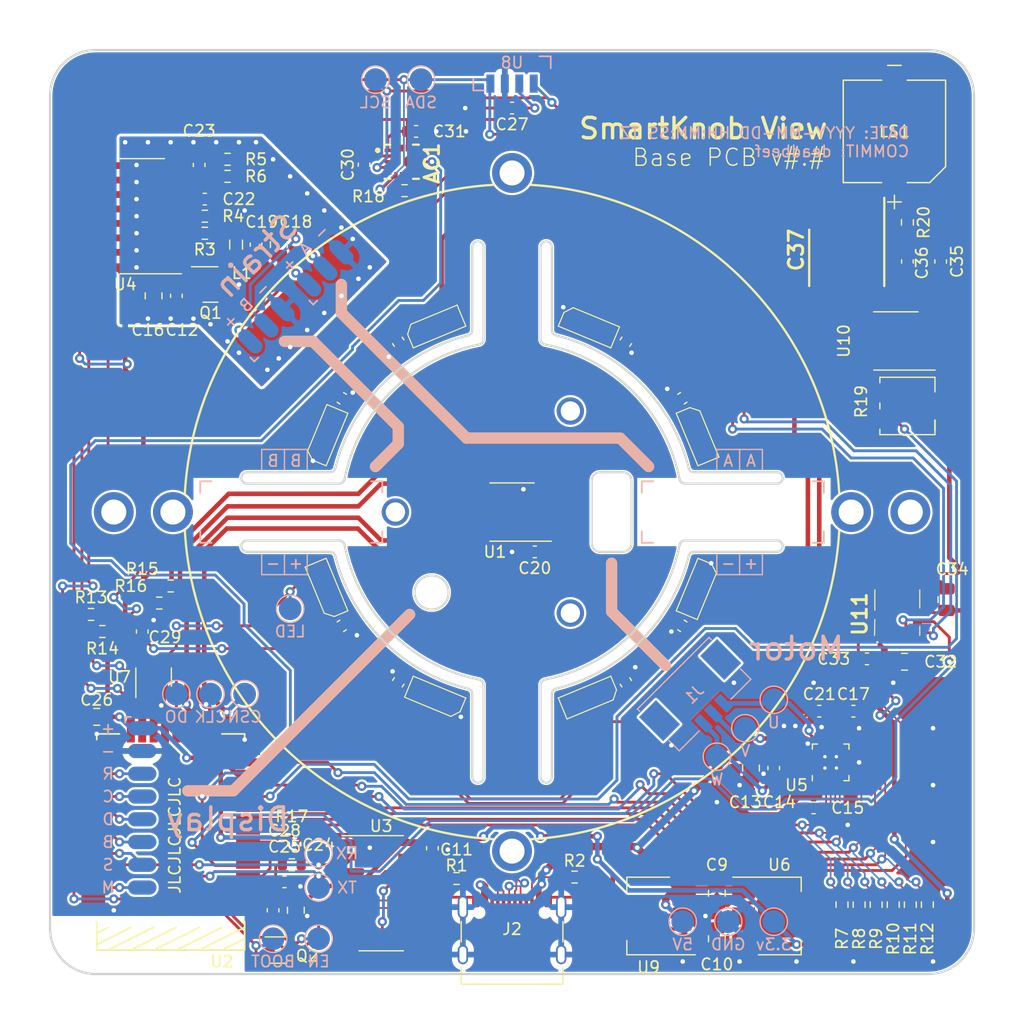
<source format=kicad_pcb>
(kicad_pcb (version 20211014) (generator pcbnew)
  (layers (0 "F.Cu" signal) (31 "B.Cu" signal) (34 "B.Paste" user) (35 "F.Paste" user) (36 "B.SilkS" user "B.Silkscreen") (37 "F.SilkS" user "F.Silkscreen") (38 "B.Mask" user) (39 "F.Mask" user) (44 "Edge.Cuts" user))
  (property "COMMIT_DATE_LONG" "YYYY-MM-DD HH:MM:SS TZ")
  (property "COMMIT_HASH" "deadbeef")
  (property "RELEASE_VERSION" "v#.#")
  (net 0 "")
  (net 1 "GND")
  (net 2 "Net-(D1-Pad3)")
  (net 3 "Net-(D2-Pad3)")
  (net 4 "Net-(D3-Pad3)")
  (net 5 "Net-(D4-Pad3)")
  (net 6 "Net-(D5-Pad3)")
  (net 7 "Net-(D6-Pad3)")
  (net 8 "Net-(D7-Pad3)")
  (net 9 "/USB_CC1")
  (net 10 "/USB_D-")
  (net 11 "/USB_D+")
  (net 12 "/USB_CC2")
  (net 13 "Net-(C15-Pad2)")
  (net 14 "/STRAIN_E+")
  (net 15 "Net-(C21-Pad1)")
  (net 16 "Net-(C22-Pad2)")
  (net 17 "Net-(C23-Pad2)")
  (net 18 "Net-(C23-Pad1)")
  (net 19 "Net-(J1-Pad3)")
  (net 20 "Net-(J1-Pad2)")
  (net 21 "Net-(J1-Pad1)")
  (net 22 "Net-(L1-Pad1)")
  (net 23 "Net-(Q1-Pad1)")
  (net 24 "Net-(R3-Pad2)")
  (net 25 "/STRAIN_S-")
  (net 26 "/STRAIN_S+")
  (net 27 "/RTS")
  (net 28 "/DTR")
  (net 29 "/ESP32_EN")
  (net 30 "/ESP32_BOOT")
  (net 31 "/USB_SERIAL_RXI")
  (net 32 "/USB_SERIAL_TXO")
  (net 33 "/LED_DATA_5V")
  (net 34 "/LCD_CMD")
  (net 35 "/LCD_CS")
  (net 36 "/LCD_BACKLIGHT")
  (net 37 "/LCD_DATA")
  (net 38 "/LCD_SCK")
  (net 39 "/LCD_RST")
  (net 40 "/MAG_DO")
  (net 41 "/MAG_CLK")
  (net 42 "/MAG_CSN")
  (net 43 "/STRAIN_DO")
  (net 44 "/STRAIN_SCK")
  (net 45 "/TMC_UH")
  (net 46 "/TMC_VH")
  (net 47 "/TMC_WH")
  (net 48 "/TMC_UL")
  (net 49 "/TMC_WL")
  (net 50 "/TMC_VL")
  (net 51 "/TMC_DIAG")
  (net 52 "/LED_DATA_3V3")
  (net 53 "GNDA")
  (net 84 "+5V")
  (net 91 "Net-(AC1-Pad2)")
  (net 93 "Net-(AC1-Pad7)")
  (net 98 "+3.3V")
  (net 99 "/PRX_INT")
  (net 100 "/ACL_INT1")
  (net 101 "/DAC2")
  (net 102 "/SCL")
  (net 103 "/SDA")
  (net 104 "Net-(C36-Pad1)")
  (net 106 "Net-(C36-Pad2)")
  (net 107 "Net-(C35-Pad1)")
  (net 109 "/ACL_INT2")
  (net 110 "Net-(LS1-PadP)")
  (net 111 "Net-(U10-Pad3)")
  (footprint "Capacitor_SMD:C_0603_1608Metric" (layer "F.Cu") (at 90 114.967 56.2)
    (fp_text reference "C2" hide)
    (fp_text value "0.1uF")
  )
  (footprint "Holes:MountingHole_M1.6" (layer "F.Cu") (at 105.125427 91.1225)
    (fp_text reference "H3" hide)
    (fp_text value "MotorHole")
  )
  (footprint "Holes:MountingHole_M1.6" (layer "F.Cu") (at 105.125427 108.877499)
    (fp_text reference "H1" hide)
    (fp_text value "MotorHole")
  )
  (footprint "Holes:MountingHole_M1.6" (layer "F.Cu") (at 89.749146 100)
    (fp_text reference "H2" hide)
    (fp_text value "MotorHole")
  )
  (footprint "Holes:MountingHole_2.2mm_M2_ISO7380_Pad_NonVirtual" (layer "F.Cu") (at 100 129.8)
    (fp_text reference "H4" hide)
    (fp_text value "MountHole")
  )
  (footprint "Holes:MountingHole_2.2mm_M2_ISO7380_Pad_NonVirtual" (layer "F.Cu") (at 70.2 100)
    (fp_text reference "H5" hide)
    (fp_text value "MountHole")
  )
  (footprint "Holes:MountingHole_2.2mm_M2_ISO7380_Pad_NonVirtual" (layer "F.Cu") (at 100 70.2)
    (fp_text reference "H6" hide)
    (fp_text value "MountHole")
  )
  (footprint "sk6812:SK6812-SIDE-A" (layer "F.Cu") (at 91.735336 115.248051 -22.5)
    (fp_text reference "D2" hide)
    (fp_text value "SK6812SIDE-A")
  )
  (footprint "Holes:MountingHole_2.2mm_M2_ISO7380_Pad_NonVirtual" (layer "F.Cu") (at 129.8 100)
    (fp_text reference "H7" hide)
    (fp_text value "MountHole")
  )
  (footprint "Capacitor_SMD:C_0603_1608Metric" (layer "F.Cu") (at 85.033 110 33.7)
    (fp_text reference "C1" hide)
    (fp_text value "0.1uF")
  )
  (footprint "sk6812:SK6812-SIDE-A" (layer "F.Cu") (at 83.374 104.938 -67.5)
    (fp_text reference "D1" hide)
    (fp_text value "SK6812SIDE-A")
  )
  (footprint "view_custom:USB_C_Receptacle_Palconn_UTC16-G" (layer "F.Cu") (at 100 136.652)
    (fp_text reference "J2")
    (fp_text value "USB_C_Receptacle_USB2.0")
  )
  (footprint "Resistor_SMD:R_0603_1608Metric" (layer "F.Cu") (at 95.123 132.207 180)
    (fp_text reference "R1")
    (fp_text value "5.1k")
  )
  (footprint "Resistor_SMD:R_0603_1608Metric" (layer "F.Cu") (at 105.5 132.08)
    (fp_text reference "R2")
    (fp_text value "5.1k")
  )
  (footprint "lilygo_micro32:T-Micro32" (layer "F.Cu") (at 76.5 135 180)
    (fp_text reference "U2")
    (fp_text value "T-Micro32_Plus")
  )
  (footprint "Capacitor_SMD:C_0603_1608Metric" (layer "F.Cu") (at 93 129.54 -90)
    (fp_text reference "C11")
    (fp_text value "0.1uF")
  )
  (footprint "Capacitor_SMD:C_0805_2012Metric" (layer "F.Cu") (at 121 122.5 -90)
    (fp_text reference "C13")
    (fp_text value "22uF")
  )
  (footprint "Capacitor_SMD:C_0603_1608Metric" (layer "F.Cu") (at 123 122.5 -90)
    (fp_text reference "C14")
    (fp_text value "0.1uF")
  )
  (footprint "Capacitor_SMD:C_0603_1608Metric" (layer "F.Cu") (at 126.5 126)
    (fp_text reference "C15")
    (fp_text value "0.1uF")
  )
  (footprint "Capacitor_SMD:C_0805_2012Metric" (layer "F.Cu") (at 68.5 81 -90)
    (fp_text reference "C16")
    (fp_text value "10uF")
  )
  (footprint "Capacitor_SMD:C_0603_1608Metric" (layer "F.Cu") (at 130 117.5)
    (fp_text reference "C17")
    (fp_text value "0.1uF")
  )
  (footprint "Capacitor_SMD:C_0805_2012Metric" (layer "F.Cu") (at 79.5 76.5 90)
    (fp_text reference "C18")
    (fp_text value "10uF")
  )
  (footprint "Capacitor_SMD:C_0603_1608Metric" (layer "F.Cu") (at 73 72.5 180)
    (fp_text reference "C22")
    (fp_text value "0.1uF")
  )
  (footprint "Package_TO_SOT_SMD:SOT-23" (layer "F.Cu") (at 73.5 80)
    (fp_text reference "Q1")
    (fp_text value "MMBT4403")
  )
  (footprint "Resistor_SMD:R_0603_1608Metric" (layer "F.Cu") (at 73 74)
    (fp_text reference "R4")
    (fp_text value "8.2k")
  )
  (footprint "Resistor_SMD:R_0603_1608Metric" (layer "F.Cu") (at 75 70.5)
    (fp_text reference "R5")
    (fp_text value "100")
  )
  (footprint "Package_TO_SOT_SMD:SOT-223-3_TabPin2" (layer "F.Cu") (at 123.5 135.5)
    (fp_text reference "U6")
    (fp_text value "AP2114HA-3.3")
  )
  (footprint "Capacitor_SMD:C_0805_2012Metric" (layer "F.Cu") (at 63.5 118 180)
    (fp_text reference "C26")
    (fp_text value "10uF")
  )
  (footprint "Package_TO_SOT_SMD:SOT-363_SC-70-6" (layer "F.Cu") (at 79.5 138.5)
    (fp_text reference "Q2")
    (fp_text value "UMH3N")
  )
  (footprint "view_custom:ViewKeepouts3d" (layer "F.Cu") (at 100 100)
    (fp_text reference "Z5" hide)
    (fp_text value "dummy_keepouts")
  )
  (footprint "Package_SO:SOIC-16_3.9x9.9mm_P1.27mm" (layer "F.Cu") (at 88.5 133.5)
    (fp_text reference "U3")
    (fp_text value "CH340C")
  )
  (footprint "Capacitor_SMD:C_0603_1608Metric" (layer "F.Cu") (at 70.5 81 -90)
    (fp_text reference "C12")
    (fp_text value "0.1uF")
  )
  (footprint "Package_TO_SOT_SMD:SOT-23-5" (layer "F.Cu") (at 68.5 114.5 90)
    (fp_text reference "U7")
    (fp_text value "SN74LV1T34DBV")
  )
  (footprint "Capacitor_SMD:C_0603_1608Metric" (layer "F.Cu") (at 90 85.033 -56.3)
    (fp_text reference "C7" hide)
    (fp_text value "0.1uF")
  )
  (footprint "sk6812:SK6812-SIDE-A" (layer "F.Cu") (at 95.062 83.374 -157.5)
    (fp_text reference "D7" hide)
    (fp_text value "SK6812SIDE-A")
  )
  (footprint "sk6812:SK6812-SIDE-A" (layer "F.Cu") (at 84.751949 91.735336 -112.5)
    (fp_text reference "D8" hide)
    (fp_text value "SK6812SIDE-A")
  )
  (footprint "Capacitor_SMD:C_0603_1608Metric" (layer "F.Cu") (at 85.033 90 -33.8)
    (fp_text reference "C8" hide)
    (fp_text value "0.1uF")
  )
  (footprint "Inductor_SMD:L_0805_2012Metric" (layer "F.Cu") (at 75.75 76.5 -90)
    (fp_text reference "L1")
    (fp_text value "3.3uH")
  )
  (footprint "Modified:QFN-20-1EP_3x3mm_P0.4mm_EP1.65x1.65mm_ThermalVias_LargerViaHoles" (layer "F.Cu") (at 128 122 90)
    (fp_text reference "U5")
    (fp_text value "TMC6300")
  )
  (footprint "Capacitor_SMD:C_0603_1608Metric" (layer "F.Cu") (at 100 64.5 180)
    (fp_text reference "C27")
    (fp_text value "0.1uF")
  )
  (footprint "Capacitor_SMD:C_0603_1608Metric" (layer "F.Cu") (at 127 117.5 180)
    (fp_text reference "C21")
    (fp_text value "0.1uF")
  )
  (footprint "Resistor_SMD:R_0603_1608Metric" (layer "F.Cu") (at 70 106.5 180)
    (fp_text reference "R16")
    (fp_text value "2.2k")
  )
  (footprint "Package_SO:SOIC-8_3.9x4.9mm_P1.27mm" (layer "F.Cu") (at 100 100 180)
    (fp_text reference "U1")
    (fp_text value "MT6701-CT")
  )
  (footprint "Capacitor_SMD:C_0603_1608Metric" (layer "F.Cu") (at 102 103.5 180)
    (fp_text reference "C20")
    (fp_text value "0.1uF")
  )
  (footprint "Capacitor_SMD:C_0603_1608Metric" (layer "F.Cu") (at 67.5 110.5 90)
    (fp_text reference "C29")
    (fp_text value "0.1uF")
  )
  (footprint "Resistor_SMD:R_0603_1608Metric" (layer "F.Cu") (at 69 108)
    (fp_text reference "R15")
    (fp_text value "2.2k")
  )
  (footprint "Resistor_SMD:R_0603_1608Metric" (layer "F.Cu") (at 64 110.5 180)
    (fp_text reference "R14")
    (fp_text value "2.2k")
  )
  (footprint "Resistor_SMD:R_0603_1608Metric" (layer "F.Cu") (at 63 109 180)
    (fp_text reference "R13")
    (fp_text value "2.2k")
  )
  (footprint "Package_SO:SOIC-16_3.9x9.9mm_P1.27mm" (layer "F.Cu") (at 67.5 74 180)
    (fp_text reference "U4")
    (fp_text value "HX711")
  )
  (footprint "Resistor_SMD:R_0603_1608Metric" (layer "F.Cu") (at 75 69 180)
    (fp_text reference "R6")
    (fp_text value "100")
  )
  (footprint "Capacitor_SMD:C_0603_1608Metric" (layer "F.Cu") (at 77.5 76.5 90)
    (fp_text reference "C19")
    (fp_text value "0.1uF")
  )
  (footprint "Resistor_SMD:R_0603_1608Metric" (layer "F.Cu") (at 73 75.5 180)
    (fp_text reference "R3")
    (fp_text value "10k")
  )
  (footprint "Capacitor_SMD:C_0603_1608Metric" (layer "F.Cu") (at 72.5 69.5 -90)
    (fp_text reference "C23")
    (fp_text value "0.1uF")
  )
  (footprint "Resistor_SMD:R_0603_1608Metric" (layer "F.Cu") (at 129 134.5 -90)
    (fp_text reference "R7")
    (fp_text value "10k")
  )
  (footprint "Resistor_SMD:R_0603_1608Metric" (layer "F.Cu") (at 130.5 134.5 -90)
    (fp_text reference "R8")
    (fp_text value "10k")
  )
  (footprint "Resistor_SMD:R_0603_1608Metric" (layer "F.Cu") (at 136.5 134.5 -90)
    (fp_text reference "R12")
    (fp_text value "10k")
  )
  (footprint "Resistor_SMD:R_0603_1608Metric" (layer "F.Cu") (at 132 134.5 -90)
    (fp_text reference "R9")
    (fp_text value "10k")
  )
  (footprint "Resistor_SMD:R_0603_1608Metric" (layer "F.Cu") (at 133.5 134.5 -90)
    (fp_text reference "R10")
    (fp_text value "10k")
  )
  (footprint "Resistor_SMD:R_0603_1608Metric" (layer "F.Cu") (at 135 134.5 -90)
    (fp_text reference "R11")
    (fp_text value "10k")
  )
  (footprint "Resistor_SMD:R_0603_1608Metric" (layer "F.Cu") (at 80.645 131 180)
    (fp_text reference "R17")
    (fp_text value "10k")
  )
  (footprint "Capacitor_SMD:C_0603_1608Metric" (layer "F.Cu") (at 80 132.5)
    (fp_text reference "C28")
    (fp_text value "1uF")
  )
  (footprint "Capacitor_SMD:C_0603_1608Metric" (layer "F.Cu") (at 79 135 -90)
    (fp_text reference "C25")
    (fp_text value "0.1uF")
  )
  (footprint "Capacitor_SMD:C_0805_2012Metric" (layer "F.Cu") (at 118 137.5 90)
    (fp_text reference "C10")
    (fp_text value "10uF")
  )
  (footprint "Capacitor_SMD:C_0805_2012Metric" (layer "F.Cu") (at 118 133.5 -90)
    (fp_text reference "C9")
    (fp_text value "10uF")
  )
  (footprint "BOM_Only:bom_only_no_pin" (layer "F.Cu") (at 74.676 64.516)
    (fp_text reference "Z6")
    (fp_text value "RotorScrew (BOM-only)")
  )
  (footprint "BOM_Only:bom_only_no_pin" (layer "F.Cu") (at 100.203 89.535)
    (fp_text reference "Z7")
    (fp_text value "RotorScrew (BOM-only)")
  )
  (footprint "BOM_Only:bom_only_no_pin" (layer "F.Cu") (at 100.076 88.9)
    (fp_text reference "Z8")
    (fp_text value "RotorScrew (BOM-only)")
  )
  (footprint "BOM_Only:bom_only_no_pin" (layer "F.Cu") (at 74.676 64.516)
    (fp_text reference "Z9")
    (fp_text value "WatchGlass39.5mm")
  )
  (footprint "BOM_Only:bom_only_no_pin" (layer "F.Cu") (at 99.949 89.535)
    (fp_text reference "Z10")
    (fp_text value "BLDCMotor")
  )
  (footprint "Holes:MountingHole_2.2mm_M2_ISO7380_Pad_NonVirtual" (layer "F.Cu") (at 135 100)
    (fp_text reference "H8" hide)
    (fp_text value "AlignmentHole")
  )
  (footprint "Holes:MountingHole_2.2mm_M2_ISO7380_Pad_NonVirtual" (layer "F.Cu") (at 65 100)
    (fp_text reference "H9" hide)
    (fp_text value "AlignmentHole")
  )
  (footprint "Capacitor_SMD:C_0805_2012Metric" (layer "F.Cu") (at 81 135 -90)
    (fp_text reference "C24")
    (fp_text value "10uF")
  )
  (footprint "Capacitor_SMD:C_0603_1608Metric" (layer "F.Cu") (at 114.967 90 -146.3)
    (fp_text reference "C5" hide)
    (fp_text value "0.1uF")
  )
  (footprint "sk6812:SK6812-SIDE-A" (layer "F.Cu") (at 116.626 95.062 112.5)
    (fp_text reference "D5" hide)
    (fp_text value "SK6812SIDE-A")
  )
  (footprint "Capacitor_SMD:C_0603_1608Metric" (layer "F.Cu") (at 110 114.967 123.7)
    (fp_text reference "C3" hide)
    (fp_text value "0.1uF")
  )
  (footprint "Capacitor_SMD:C_0603_1608Metric" (layer "F.Cu") (at 86.995 69.469 90)
    (fp_text reference "C30")
    (fp_text value "0.1uF")
  )
  (footprint "Package_TO_SOT_SMD:SOT-223-3_TabPin2" (layer "F.Cu") (at 112 135.5 180)
    (fp_text reference "U9")
    (fp_text value "TS1117BCW33_RPG")
  )
  (footprint "Capacitor_SMD:C_0603_1608Metric" (layer "F.Cu") (at 110 85.033 -123.8)
    (fp_text reference "C6" hide)
    (fp_text value "0.1uF")
  )
  (footprint "Capacitor_SMD:C_0603_1608Metric" (layer "F.Cu") (at 91.567 66.548)
    (fp_text reference "C31")
    (fp_text value "0.1uF")
  )
  (footprint "sk6812:SK6812-SIDE-A" (layer "F.Cu") (at 108.264664 84.751949 157.5)
    (fp_text reference "D6" hide)
    (fp_text value "SK6812SIDE-A")
  )
  (footprint "Resistor_SMD:R_0603_1608Metric" (layer "F.Cu") (at 134.747 74.549 -90)
    (fp_text reference "R20")
    (fp_text value "10")
  )
  (footprint "Capacitor_SMD:C_0805_2012Metric" (layer "F.Cu") (at 134.493 113.157 180)
    (fp_text reference "C32")
    (fp_text value "10uF")
  )
  (footprint "Capacitor_SMD:C_0805_2012Metric" (layer "F.Cu") (at 138.176 107.696 90)
    (fp_text reference "C34")
    (fp_text value "10uF")
  )
  (footprint "view_custom:CAPAE660X850N" (layer "F.Cu") (at 129.413 76.835 -90)
    (fp_text reference "C37")
    (fp_text value "AEF0608221M006R" hide)
  )
  (footprint "sk6812:SK6812-SIDE-A" (layer "F.Cu") (at 115.248051 108.264664 67.5)
    (fp_text reference "D4" hide)
    (fp_text value "SK6812SIDE-A")
  )
  (footprint "Capacitor_SMD:C_0603_1608Metric" (layer "F.Cu") (at 137.668 77.978 -90)
    (fp_text reference "C35")
    (fp_text value "100uF")
  )
  (footprint "Package_SO:SOIC-8_3.9x4.9mm_P1.27mm" (layer "F.Cu") (at 133.731 84.963 180)
    (fp_text reference "U10")
    (fp_text value "LM386")
  )
  (footprint "view_custom:PQFN50P300X300X100-16N" (layer "F.Cu") (at 90.297 69.215)
    (fp_text reference "AC1")
    (fp_text value "mma8451qt" hide)
  )
  (footprint "Capacitor_SMD:C_0603_1608Metric" (layer "F.Cu") (at 114.967 110 146.2)
    (fp_text reference "C4" hide)
    (fp_text value "0.1uF")
  )
  (footprint "view_custom:VCNL4010GS08" (layer "F.Cu") (at 133.858 108.839)
    (fp_text reference "U11")
    (fp_text value "VCNL4010-GS08" hide)
  )
  (footprint "Capacitor_SMD:C_0603_1608Metric" (layer "F.Cu") (at 131.191 112.903 180)
    (fp_text reference "C33")
    (fp_text value "0.1uF")
  )
  (footprint "Resistor_SMD:R_0603_1608Metric" (layer "F.Cu") (at 90.551 71.755 180)
    (fp_text reference "R18")
    (fp_text value "10k")
  )
  (footprint "view_custom:XDCR_SMT-0927-S-12-R" (layer "F.Cu") (at 133.604 66.548)
    (fp_text reference "LS1")
    (fp_text value "SMT-0927-S-12-R")
  )
  (footprint "sk6812:SK6812-SIDE-A" (layer "F.Cu") (at 104.938 116.626 22.5)
    (fp_text reference "D3" hide)
    (fp_text value "SK6812SIDE-A")
  )
  (footprint "Potentiometer_SMD:Potentiometer_Bourns_3214J_Horizontal" (layer "F.Cu") (at 134.747 90.678 180)
    (fp_text reference "R19")
    (fp_text value "10k")
  )
  (footprint "Capacitor_SMD:C_0603_1608Metric" (layer "F.Cu") (at 134.747 77.978 -90)
    (fp_text reference "C36")
    (fp_text value "0.05uF")
  )
  (footprint "strain:BF350-3AA" (layer "B.Cu") (at 76.8 100 -90)
    (fp_text reference "Z4")
    (fp_text value "BF350-3AA Strain Gauge")
  )
  (footprint "strain:BF350-3AA" (layer "B.Cu") (at 115.6 100 -90)
    (fp_text reference "Z1")
    (fp_text value "BF350-3AA Strain Gauge")
  )
  (footprint "strain:BF350-3AA" (layer "B.Cu") (at 84.4 100 90)
    (fp_text reference "Z3")
    (fp_text value "BF350-3AA Strain Gauge")
  )
  (footprint "SolderPads:SolderPads_2mm_8" (layer "B.Cu") (at 67.5 119 -90)
    (fp_text reference "J3" hide)
    (fp_text value "LCD")
  )
  (footprint "SolderPads:SolderPads_2mm_3_STRAIN" (layer "B.Cu") (at 82.171573 80 45)
    (fp_text reference "J4" hide)
    (fp_text value "A")
  )
  (footprint "strain:BF350-3AA" (layer "B.Cu") (at 123.2 100 90)
    (fp_text reference "Z2")
    (fp_text value "BF350-3AA Strain Gauge")
  )
  (footprint "VEML7700:VEML7700-TOP" (layer "B.Cu") (at 100 61 180)
    (fp_text reference "U8")
    (fp_text value "VEML7700")
  )
  (footprint "SolderPads:SolderPads_2mm_3_STRAIN" (layer "B.Cu") (at 77 85 45)
    (fp_text reference "J5" hide)
    (fp_text value "B")
  )
  (footprint "Molex:532610371" (layer "B.Cu") (at 116.816 118.584 45)
    (fp_text reference "J1")
    (fp_text value "BLDC")
  )
  (footprint "Modified:TestPoint_Pad_D2.0mm_ValueSilk" (layer "B.Cu") (at 115 136)
    (fp_text reference "TP1" hide)
    (fp_text value "5V" hide)
  )
  (footprint "Modified:TestPoint_Pad_D2.0mm_ValueSilk" (layer "B.Cu") (at 123 136)
    (fp_text reference "TP2" hide)
    (fp_text value "3.3v" hide)
  )
  (footprint "Modified:TestPoint_Pad_D2.0mm_ValueSilk" (layer "B.Cu") (at 119 136)
    (fp_text reference "TP3" hide)
    (fp_text value "GND" hide)
  )
  (footprint "Modified:TestPoint_Pad_D2.0mm_ValueSilk" (layer "B.Cu") (at 92 62)
    (fp_text reference "TP4" hide)
    (fp_text value "SDA" hide)
  )
  (footprint "Modified:TestPoint_Pad_D2.0mm_ValueSilk" (layer "B.Cu") (at 88 62)
    (fp_text reference "TP5" hide)
    (fp_text value "SCL" hide)
  )
  (footprint "Modified:TestPoint_Pad_D2.0mm_ValueSilk" (layer "B.Cu") (at 123 116.5)
    (fp_text reference "TP6" hide)
    (fp_text value "U" hide)
  )
  (footprint "Modified:TestPoint_Pad_D2.0mm_ValueSilk" (layer "B.Cu") (at 120.5 119)
    (fp_text reference "TP7" hide)
    (fp_text value "V" hide)
  )
  (footprint "Modified:TestPoint_Pad_D2.0mm_ValueSilk" (layer "B.Cu") (at 118 121.5)
    (fp_text reference "TP8" hide)
    (fp_text value "W" hide)
  )
  (footprint "Modified:TestPoint_Pad_D2.0mm_ValueSilk" (layer "B.Cu") (at 76.5 116)
    (fp_text reference "TP9" hide)
    (fp_text value "CSN" hide)
  )
  (footprint "Modified:TestPoint_Pad_D2.0mm_ValueSilk" (layer "B.Cu") (at 70.5 116)
    (fp_text reference "TP11" hide)
    (fp_text value "DO" hide)
  )
  (footprint "Modified:TestPoint_Pad_D2.0mm_ValueSilk" (layer "B.Cu") (at 80.5 108.5)
    (fp_text reference "TP12" hide)
    (fp_text value "LED" hide)
  )
  (footprint "Modified:TestPoint_Pad_D2.0mm_ValueSilk" (layer "B.Cu") (at 73.5 116)
    (fp_text reference "TP10" hide)
    (fp_text value "CLK" hide)
  )
  (footprint "Modified:TestPoint_Pad_D2.0mm_ValueSilk" (layer "B.Cu") (at 83 137.5)
    (fp_text reference "TP13" hide)
    (fp_text value "EN" hide)
  )
  (footprint "Modified:TestPoint_Pad_D2.0mm_ValueSilk" (layer "B.Cu") (at 79 137.5)
    (fp_text reference "TP14" hide)
    (fp_text value "BOOT" hide)
  )
  (footprint "Modified:TestPoint_Pad_D2.0mm_ValueSilk" (layer "B.Cu") (at 83 133 180)
    (fp_text reference "TP15" hide)
    (fp_text value "TX" hide)
  )
  (footprint "Modified:TestPoint_Pad_D2.0mm_ValueSilk" (layer "B.Cu") (at 83 130 180)
    (fp_text reference "TP16" hide)
    (fp_text value "RX" hide)
  )
  (footprint "NetTie:NetTie-2_SMD_Pad0.5mm" (layer "B.Cu") (at 66 83.6 -90)
    (fp_text reference "NT1" hide)
    (fp_text value "NetTie_2")
  )
  (gr_line (start 78 96.3) (end 78 94.5) (layer "B.SilkS") (width 0.12))
  (gr_line (start 78 103.7) (end 78 105.5) (layer "B.SilkS") (width 0.12))
  (gr_line (start 80 96.3) (end 80 94.5) (layer "B.SilkS") (width 0.12))
  (gr_line (start 82 105.5) (end 82 103.7) (layer "B.SilkS") (width 0.12))
  (gr_line (start 78 105.5) (end 82 105.5) (layer "B.SilkS") (width 0.12))
  (gr_line (start 78 94.5) (end 82 94.5) (layer "B.SilkS") (width 0.12))
  (gr_line (start 82 94.5) (end 82 96.3) (layer "B.SilkS") (width 0.12))
  (gr_line (start 80 105.5) (end 80 103.7) (layer "B.SilkS") (width 0.12))
  (gr_line (start 90 94) (end 90 92.5) (layer "B.SilkS") (width 1))
  (gr_line (start 96 93.5) (end 85 82.5) (layer "B.SilkS") (width 1))
  (gr_line (start 75.5 124.5) (end 71.5 124.5) (layer "B.SilkS") (width 1))
  (gr_line (start 118 96.3) (end 118 94.5) (layer "B.SilkS") (width 0.12))
  (gr_line (start 118 94.5) (end 122 94.5) (layer "B.SilkS") (width 0.12))
  (gr_line (start 88 96) (end 90 94) (layer "B.SilkS") (width 1))
  (gr_line (start 122 94.5) (end 122 96.3) (layer "B.SilkS") (width 0.12))
  (gr_line (start 109.5 93.5) (end 96 93.5) (layer "B.SilkS") (width 1))
  (gr_line (start 90 92.5) (end 82.5 85) (layer "B.SilkS") (width 1))
  (gr_line (start 112 96) (end 109.5 93.5) (layer "B.SilkS") (width 1))
  (gr_line (start 108.75 104.5) (end 108.75 108.75) (layer "B.SilkS") (width 1))
  (gr_line (start 120 96.3) (end 120 94.5) (layer "B.SilkS") (width 0.12))
  (gr_line (start 108.75 108.75) (end 113.5 113.5) (layer "B.SilkS") (width 1))
  (gr_line (start 118 103.7) (end 118 105.5) (layer "B.SilkS") (width 0.12))
  (gr_line (start 122 105.5) (end 122 103.7) (layer "B.SilkS") (width 0.12))
  (gr_line (start 85 82.5) (end 85 80) (layer "B.SilkS") (width 1))
  (gr_line (start 120 105.5) (end 120 103.7) (layer "B.SilkS") (width 0.12))
  (gr_line (start 91 109) (end 75.5 124.5) (layer "B.SilkS") (width 1))
  (gr_line (start 82.5 85) (end 80 85) (layer "B.SilkS") (width 1))
  (gr_line (start 118 105.5) (end 122 105.5) (layer "B.SilkS") (width 0.12))
  (gr_arc (start 98.452153 128.758375) (mid 79.64214 120.371488) (end 71.242667 101.567092) (layer "F.SilkS") (width 0.2))
  (gr_arc (start 128.758375 101.547847) (mid 120.371488 120.35786) (end 101.567092 128.757333) (layer "F.SilkS") (width 0.2))
  (gr_arc (start 101.547847 71.241625) (mid 120.35786 79.628512) (end 128.757333 98.432908) (layer "F.SilkS") (width 0.2))
  (gr_arc (start 71.241625 98.452153) (mid 79.628512 79.64214) (end 98.432908 71.242667) (layer "F.SilkS") (width 0.2))
  (gr_line (start 84.793094 102.499999) (end 76.709801 102.499999) (layer "Edge.Cuts") (width 0.2))
  (gr_line (start 96.5 116.00781) (end 96.5 123.290199) (layer "Edge.Cuts") (width 0.2))
  (gr_line (start 97.5 123.290199) (end 97.500001 115.206906) (layer "Edge.Cuts") (width 0.2))
  (gr_arc (start 103.499999 116.00781) (mid 103.605914 115.700081) (end 103.878787 115.522725) (layer "Edge.Cuts") (width 0.2))
  (gr_arc (start 97.5 123.290199) (mid 97 123.790199) (end 96.5 123.290199) (layer "Edge.Cuts") (width 0.2))
  (gr_arc (start 114.71636 102.903226) (mid 110.606601 110.606601) (end 102.903225 114.71636) (layer "Edge.Cuts") (width 0.2))
  (gr_arc (start 114.716361 102.903226) (mid 114.889406 102.613745) (end 115.206906 102.5) (layer "Edge.Cuts") (width 0.2))
  (gr_arc (start 115.522725 103.878788) (mid 111.313708 111.313709) (end 103.878787 115.522725) (layer "Edge.Cuts") (width 0.2))
  (gr_arc (start 110.499999 102.75) (mid 110.280329 103.28033) (end 109.749999 103.5) (layer "Edge.Cuts") (width 0.2))
  (gr_arc (start 115.522726 103.878787) (mid 115.700082 103.605915) (end 116.00781 103.5) (layer "Edge.Cuts") (width 0.2))
  (gr_line (start 110.499999 102.75) (end 110.499999 97.250001) (layer "Edge.Cuts") (width 0.2))
  (gr_arc (start 123.290199 96.500001) (mid 123.790199 97.000001) (end 123.290199 97.500001) (layer "Edge.Cuts") (width 0.2))
  (gr_arc (start 103.499999 123.290199) (mid 102.999999 123.790199) (end 102.499999 123.290199) (layer "Edge.Cuts") (width 0.2))
  (gr_line (start 103.499999 123.290199) (end 103.499999 116.00781) (layer "Edge.Cuts") (width 0.2))
  (gr_arc (start 109.749999 96.500001) (mid 110.280329 96.719671) (end 110.499999 97.250001) (layer "Edge.Cuts") (width 0.2))
  (gr_line (start 109.749999 96.500001) (end 107.749999 96.500001) (layer "Edge.Cuts") (width 0.2))
  (gr_arc (start 106.999999 97.250001) (mid 107.219669 96.719671) (end 107.749999 96.500001) (layer "Edge.Cuts") (width 0.2))
  (gr_line (start 106.999999 97.250001) (end 106.999999 102.75) (layer "Edge.Cuts") (width 0.2))
  (gr_circle (center 92.928933 107.071067) (end 94.428933 107.071067) (layer "Edge.Cuts") (width 0.2) (fill none))
  (gr_line (start 116.00781 103.5) (end 123.290199 103.5) (layer "Edge.Cuts") (width 0.2))
  (gr_arc (start 107.749999 103.5) (mid 107.219669 103.28033) (end 106.999999 102.75) (layer "Edge.Cuts") (width 0.2))
  (gr_arc (start 102.903226 85.28364) (mid 110.606601 89.393399) (end 114.71636 97.096775) (layer "Edge.Cuts") (width 0.2))
  (gr_line (start 115.206906 97.500001) (end 123.290199 97.500001) (layer "Edge.Cuts") (width 0.2))
  (gr_arc (start 96.121212 115.522725) (mid 88.686291 111.313708) (end 84.477275 103.878787) (layer "Edge.Cuts") (width 0.2))
  (gr_arc (start 115.206906 97.500002) (mid 114.889405 97.386257) (end 114.71636 97.096775) (layer "Edge.Cuts") (width 0.2))
  (gr_arc (start 102.499998 115.206906) (mid 102.613743 114.889405) (end 102.903225 114.71636) (layer "Edge.Cuts") (width 0.2))
  (gr_arc (start 140.6 136.599999) (mid 139.428427 139.428426) (end 136.6 140.599999) (layer "Edge.Cuts") (width 0.2))
  (gr_line (start 123.290199 102.5) (end 115.206906 102.5) (layer "Edge.Cuts") (width 0.2))
  (gr_arc (start 76.709801 103.499999) (mid 76.209801 102.999999) (end 76.709801 102.499999) (layer "Edge.Cuts") (width 0.2))
  (gr_arc (start 97.096774 114.71636) (mid 89.393399 110.606601) (end 85.28364 102.903225) (layer "Edge.Cuts") (width 0.2))
  (gr_arc (start 83.99219 103.499999) (mid 84.299919 103.605914) (end 84.477275 103.878787) (layer "Edge.Cuts") (width 0.2))
  (gr_arc (start 97.096774 114.71636) (mid 97.386256 114.889405) (end 97.500001 115.206906) (layer "Edge.Cuts") (width 0.2))
  (gr_line (start 76.709801 103.499999) (end 83.99219 103.499999) (layer "Edge.Cuts") (width 0.2))
  (gr_line (start 102.499999 115.206906) (end 102.499999 123.290199) (layer "Edge.Cuts") (width 0.2))
  (gr_arc (start 84.793094 102.499998) (mid 85.110595 102.613743) (end 85.28364 102.903225) (layer "Edge.Cuts") (width 0.2))
  (gr_line (start 107.749999 103.5) (end 109.749999 103.5) (layer "Edge.Cuts") (width 0.2))
  (gr_arc (start 102.903226 85.283639) (mid 102.613745 85.110594) (end 102.5 84.793094) (layer "Edge.Cuts") (width 0.2))
  (gr_line (start 123.290199 96.500001) (end 116.00781 96.500001) (layer "Edge.Cuts") (width 0.2))
  (gr_arc (start 123.290199 102.5) (mid 123.790199 103) (end 123.290199 103.5) (layer "Edge.Cuts") (width 0.2))
  (gr_arc (start 96.121213 115.522726) (mid 96.394085 115.700082) (end 96.5 116.00781) (layer "Edge.Cuts") (width 0.2))
  (gr_arc (start 59.400001 63.4) (mid 60.571574 60.571573) (end 63.400001 59.4) (layer "Edge.Cuts") (width 0.2))
  (gr_arc (start 136.6 59.4) (mid 139.428427 60.571573) (end 140.6 63.4) (layer "Edge.Cuts") (width 0.2))
  (gr_line (start 59.400001 136.599999) (end 59.400001 63.4) (layer "Edge.Cuts") (width 0.2))
  (gr_line (start 136.6 140.599999) (end 104.619999 140.6) (layer "Edge.Cuts") (width 0.2))
  (gr_line (start 104.619999 140.6) (end 63.400001 140.599999) (layer "Edge.Cuts") (width 0.2))
  (gr_arc (start 63.400001 140.599999) (mid 60.571574 139.428426) (end 59.400001 136.599999) (layer "Edge.Cuts") (width 0.2))
  (gr_line (start 140.6 63.4) (end 140.6 136.599999) (layer "Edge.Cuts") (width 0.2))
  (gr_line (start 63.400001 59.4) (end 136.6 59.4) (layer "Edge.Cuts") (width 0.2))
  (gr_arc (start 97.500002 84.793094) (mid 97.386257 85.110595) (end 97.096775 85.28364) (layer "Edge.Cuts") (width 0.2))
  (gr_arc (start 103.878788 84.477275) (mid 111.313709 88.686292) (end 115.522725 96.121213) (layer "Edge.Cuts") (width 0.2))
  (gr_arc (start 103.878787 84.477274) (mid 103.605915 84.299918) (end 103.5 83.99219) (layer "Edge.Cuts") (width 0.2))
  (gr_arc (start 102.5 76.709801) (mid 103 76.209801) (end 103.5 76.709801) (layer "Edge.Cuts") (width 0.2))
  (gr_line (start 83.99219 96.5) (end 76.709801 96.5) (layer "Edge.Cuts") (width 0.2))
  (gr_line (start 102.5 76.709801) (end 102.5 84.793094) (layer "Edge.Cuts") (width 0.2))
  (gr_arc (start 116.00781 96.500001) (mid 115.700081 96.394086) (end 115.522725 96.121213) (layer "Edge.Cuts") (width 0.2))
  (gr_arc (start 85.28364 97.096774) (mid 89.393399 89.393399) (end 97.096775 85.28364) (layer "Edge.Cuts") (width 0.2))
  (gr_line (start 96.500001 76.709801) (end 96.500001 83.99219) (layer "Edge.Cuts") (width 0.2))
  (gr_line (start 103.5 83.99219) (end 103.5 76.709801) (layer "Edge.Cuts") (width 0.2))
  (gr_line (start 76.709801 97.5) (end 84.793094 97.5) (layer "Edge.Cuts") (width 0.2))
  (gr_arc (start 96.500001 83.99219) (mid 96.394086 84.299919) (end 96.121213 84.477275) (layer "Edge.Cuts") (width 0.2))
  (gr_arc (start 84.477275 96.121212) (mid 88.686292 88.686291) (end 96.121213 84.477275) (layer "Edge.Cuts") (width 0.2))
  (gr_arc (start 76.709801 97.5) (mid 76.209801 97) (end 76.709801 96.5) (layer "Edge.Cuts") (width 0.2))
  (gr_arc (start 85.283638 97.096775) (mid 85.110593 97.386256) (end 84.793094 97.5) (layer "Edge.Cuts") (width 0.2))
  (gr_line (start 97.500001 84.793094) (end 97.500001 76.709801) (layer "Edge.Cuts") (width 0.2))
  (gr_arc (start 96.500001 76.709801) (mid 97.000001 76.209801) (end 97.500001 76.709801) (layer "Edge.Cuts") (width 0.2))
  (gr_arc (start 84.477274 96.121213) (mid 84.299918 96.394085) (end 83.99219 96.5) (layer "Edge.Cuts") (width 0.2))
  (gr_text "B" (at 79 95.5) (layer "B.SilkS") (effects (font (size 1 1)) (justify mirror)))
  (gr_text "B" (at 81 95.5) (layer "B.SilkS") (effects (font (size 1 1)) (justify mirror)))
  (gr_text "-" (at 79 104.5) (layer "B.SilkS") (effects (font (size 1 1)) (justify mirror)))
  (gr_text "+" (at 81 104.5) (layer "B.SilkS") (effects (font (size 1 1)) (justify mirror)))
  (gr_text "Motor" (at 125 112) (layer "B.SilkS") (effects (font (size 2 2) (thickness 0.3)) (justify mirror)))
  (gr_text "Display" (at 75 127) (layer "B.SilkS") (effects (font (size 2 2) (thickness 0.3)) (justify mirror)))
  (gr_text "S" (at 64.5 131) (layer "B.SilkS") (effects (font (size 1 1)) (justify mirror)))
  (gr_text "C" (at 64.5 125) (layer "B.SilkS") (effects (font (size 1 1)) (justify mirror)))
  (gr_text "M" (at 64.5 133) (layer "B.SilkS") (effects (font (size 1 1)) (justify mirror)))
  (gr_text "DATE: ${COMMIT_DATE_LONG}\nCOMMIT: ${COMMIT_HASH}\n" (at 135 67.5) (layer "B.SilkS") (effects (font (size 1 1)) (justify left mirror)))
  (gr_text "+" (at 121 104.5) (layer "B.SilkS") (effects (font (size 1 1)) (justify mirror)))
  (gr_text "A" (at 121 95.5) (layer "B.SilkS") (effects (font (size 1 1)) (justify mirror)))
  (gr_text "+" (at 64.5 119) (layer "B.SilkS") (effects (font (size 1 1)) (justify mirror)))
  (gr_text "R" (at 64.5 123) (layer "B.SilkS") (effects (font (size 1 1)) (justify mirror)))
  (gr_text "B" (at 64.5 129) (layer "B.SilkS") (effects (font (size 1 1)) (justify mirror)))
  (gr_text "A" (at 119 95.5) (layer "B.SilkS") (effects (font (size 1 1)) (justify mirror)))
  (gr_text "-" (at 119 104.5) (layer "B.SilkS") (effects (font (size 1 1)) (justify mirror)))
  (gr_text "D" (at 64.5 127) (layer "B.SilkS") (effects (font (size 1 1)) (justify mirror)))
  (gr_text "-" (at 64.5 121) (layer "B.SilkS") (effects (font (size 1 1)) (justify mirror)))
  (gr_text "Strain" (at 77.5 77.5 45) (layer "B.SilkS") (effects (font (size 2 2) (thickness 0.3)) (justify mirror)))
  (gr_text "Base PCB ${RELEASE_VERSION}" (at 127.635 68.834) (layer "F.SilkS") (effects (font (size 1.5 1.5) (thickness 0.12)) (justify right)))
  (gr_text "JLCJLCJLCJLC" (at 70.358 128.397 90) (layer "F.SilkS") (effects (font (size 1 1))))
  (gr_text "SmartKnob View" (at 127.889 66.294) (layer "F.SilkS") (effects (font (size 1.8 1.8) (thickness 0.3)) (justify right)))
  (segment (start 104.938698 82.438698) (end 104.5 82) (width 0.25) (layer "F.Cu") (net 1))
  (segment (start 114.322987 109.568871) (end 114.322987 110.177013) (width 0.25) (layer "F.Cu") (net 1))
  (segment (start 104.938698 83.374289) (end 104.938698 82.438698) (width 0.25) (layer "F.Cu") (net 1))
  (segment (start 114.322987 110.177013) (end 114 110.5) (width 0.25) (layer "F.Cu") (net 1))
  (segment (start 108.263966 115.24834) (end 108.643892 115.24834) (width 0.25) (layer "F.Cu") (net 1))
  (segment (start 108.643892 115.24834) (end 109.569996 114.322236) (width 0.25) (layer "F.Cu") (net 1))
  (segment (start 110.145089 114.322236) (end 110.828626 113.638699) (width 0.25) (layer "F.Cu") (net 1))
  (segment (start 109.569996 114.322236) (end 110.145089 114.322236) (width 0.25) (layer "F.Cu") (net 1))
  (segment (start 101.095 98.095) (end 101 98) (width 0.25) (layer "F.Cu") (net 1))
  (segment (start 101.225 103.5) (end 100 103.5) (width 0.25) (layer "F.Cu") (net 1))
  (segment (start 102.475 98.095) (end 101.095 98.095) (width 0.25) (layer "F.Cu") (net 1))
  (segment (start 62.55 118) (end 62.55 118.55) (width 0.65) (layer "F.Cu") (net 1))
  (segment (start 136.206 83.058) (end 137.541 83.058) (width 0.4) (layer "F.Cu") (net 1))
  (segment (start 95.061302 116.625711) (end 95.061302 117.561302) (width 0.25) (layer "F.Cu") (net 1))
  (segment (start 131.778 109.014) (end 130.429 110.363) (width 0.25) (layer "F.Cu") (net 1))
  (segment (start 89.854911 85.677764) (end 89.171374 86.361301) (width 0.25) (layer "F.Cu") (net 1))
  (segment (start 94.996 67.504) (end 95.952 66.548) (width 0.25) (layer "F.Cu") (net 1))
  (segment (start 138.43 92.71) (end 138.557 92.71) (width 0.4) (layer "F.Cu") (net 1))
  (segment (start 134.747 73.724) (end 138.875 73.724) (width 0.4) (layer "F.Cu") (net 1))
  (segment (start 81 135.95) (end 81.55 135.95) (width 0.25) (layer "F.Cu") (net 1))
  (segment (start 69.45 116.72501) (end 69.17501 117) (width 0.25) (layer "F.Cu") (net 1))
  (segment (start 130.429 110.363) (end 130.429 112.89) (width 0.25) (layer "F.Cu") (net 1))
  (segment (start 135.19 115) (end 133.5 115) (width 0.25) (layer "F.Cu") (net 1))
  (segment (start 90.924 68.715) (end 91.497 68.715) (width 0.25) (layer "F.Cu") (net 1))
  (segment (start 134.747 91.567) (end 135.89 92.71) (width 0.4) (layer "F.Cu") (net 1))
  (segment (start 94.996 71.12) (end 94.996 67.504) (width 0.25) (layer "F.Cu") (net 1))
  (segment (start 89.043 70.215) (end 88.519 70.739) (width 0.25) (layer "F.Cu") (net 1))
  (segment (start 133.82 90.551) (end 134.112 90.551) (width 0.4) (layer "F.Cu") (net 1))
  (segment (start 138.938 78.359) (end 138.417 78.88) (width 0.65) (layer "F.Cu") (net 1))
  (segment (start 89.822987 114.322987) (end 89.5 114) (width 0.25) (layer "F.Cu") (net 1))
  (segment (start 138.176 85.217) (end 137.795 85.598) (width 0.4) (layer "F.Cu") (net 1))
  (segment (start 126.225 117.5) (end 126.2 117.5) (width 0.25) (layer "F.Cu") (net 1))
  (segment (start 116.625711 104.938698) (end 117.061302 104.938698) (width 0.25) (layer "F.Cu") (net 1))
  (segment (start 132.086 109.014) (end 131.778 109.014) (width 0.25) (layer "F.Cu") (net 1))
  (segment (start 90.678 69.469) (end 90.678 68.961) (width 0.25) (layer "F.Cu") (net 1))
  (segment (start 94.298 132.207) (end 94.298 133.668) (width 0.25) (layer "F.Cu") (net 1))
  (segment (start 117.061302 104.938698) (end 117.5 104.5) (width 0.25) (layer "F.Cu") (net 1))
  (segment (start 114.322236 89.854911) (end 113.638699 89.171374) (width 0.25) (layer "F.Cu") (net 1))
  (segment (start 138.938 68.432) (end 138.938 73.787) (width 0.65) (layer "F.Cu") (net 1))
  (segment (start 137.541 83.058) (end 138.176 83.693) (width 0.4) (layer "F.Cu") (net 1))
  (segment (start 135.443 112.522) (end 135.443 114.747) (width 0.25) (layer "F.Cu") (net 1))
  (segment (start 85.677764 110.145089) (end 86.361301 110.828626) (width 0.25) (layer "F.Cu") (net 1))
  (segment (start 95.061302 117.561302) (end 95.5 118) (width 0.25) (layer "F.Cu") (net 1))
  (segment (start 92.456 66.662) (end 92.342 66.548) (width 0.25) (layer "F.Cu") (net 1))
  (segment (start 91.736034 84.75166) (end 91.356108 84.75166) (width 0.25) (layer "F.Cu") (net 1))
  (segment (start 92.047 68.715) (end 92.456 68.306) (width 0.25) (layer "F.Cu") (net 1))
  (segment (start 85.677013 90.431129) (end 85.677013 89.822987) (width 0.25) (layer "F.Cu") (net 1))
  (segment (start 80.825 135.775) (end 81 135.95) (width 0.25) (layer "F.Cu") (net 1))
  (segment (start 120 124) (end 120.45 124) (width 0.65) (layer "F.Cu") (net 1))
  (segment (start 115.24834 91.356108) (end 114.322236 90.430004) (width 0.25) (layer "F.Cu") (net 1))
  (segment (start 132.747 89.528) (end 132.797 89.528) (width 0.4) (layer "F.Cu") (net 1))
  (segment (start 126.2 117.5) (end 124.9 118.8) (width 0.25) (layer "F.Cu") (net 1))
  (segment (start 131.445 105.41) (end 131.445 108.373) (width 0.25) (layer "F.Cu") (net 1))
  (segment (start 138.43 104.013) (end 139.5095 105.0925) (width 0.4) (layer "F.Cu") (net 1))
  (segment (start 132.797 89.528) (end 133.82 90.551) (width 0.4) (layer "F.Cu") (net 1))
  (segment (start 90.430004 85.677764) (end 89.854911 85.677764) (width 0.25) (layer "F.Cu") (net 1))
  (segment (start 137.414 82.169) (end 137.414 78.753) (width 0.65) (layer "F.Cu") (net 1))
  (segment (start 89.097 70.215) (end 89.043 70.215) (width 0.25) (layer "F.Cu") (net 1))
  (segment (start 138.176 108.646) (end 138.303 108.646) (width 0.25) (layer "F.Cu") (net 1))
  (segment (start 76.5 135) (end 78.225 135) (width 0.25) (layer "F.Cu") (net 1))
  (segment (start 86.995 71.501) (end 88.392 72.898) (width 0.25) (layer "F.Cu") (net 1))
  (segment (start 126.55 122.8) (end 124.025 122.8) (width 0.25) (layer "F.Cu") (net 1))
  (segment (start 91.497 68.715) (end 92.047 68.715) (width 0.25) (layer "F.Cu") (net 1))
  (segment (start 84.75166 108.263966) (end 84.75166 108.643892) (width 0.25) (layer "F.Cu") (net 1))
  (segment (start 130.429 112.89) (end 130.416 112.903) (width 0.25) (layer "F.Cu") (net 1))
  (segment (start 139.512 108.646) (end 138.303 108.646) (width 0.4) (layer "F.Cu") (net 1))
  (segment (start 139.5095 105.0925) (end 139.7 105.283) (width 0.4) (layer "F.Cu") (net 1))
  (segment (start 94.525 133.85) (end 96.8 133.85) (width 0.25) (layer "F.Cu") (net 1))
  (segment (start 126.55 121.2) (end 126.55 120.908226) (width 0.25) (layer "F.Cu") (net 1))
  (segment (start 127.6 119.3) (end 127.6 120.55) (width 0.15) (layer "F.Cu") (net 1))
  (segment (start 81.55 135.95) (end 82 135.5) (width 0.25) (layer "F.Cu") (net 1))
  (segment (start 99.225 64.5) (end 95.885 64.5) (width 0.25) (layer "F.Cu") (net 1))
  (segment (start 92.456 68.306) (end 92.456 66.662) (width 0.25) (layer "F.Cu") (net 1))
  (segment (start 128.319 115) (end 126.5 115) (width 0.4) (layer "F.Cu") (net 1))
  (segment (start 93.218 72.898) (end 94.996 71.12) (width 0.25) (layer "F.Cu") (net 1))
  (segment (start 94.361 129.667) (end 93.713 130.315) (width 0.25) (layer "F.Cu") (net 1))
  (segment (start 129.45 121.6) (end 130.1 121.6) (width 0.15) (layer "F.Cu") (net 1))
  (segment (start 86.025 129.055) (end 87.055 129.055) (width 0.25) (layer "F.Cu") (net 1))
  (segment (start 80.775 132.5) (end 81.000001 132.500001) (width 0.25) (layer "F.Cu") (net 1))
  (segment (start 114.322236 90.430004) (end 114.322236 89.854911) (width 0.25) (layer "F.Cu") (net 1))
  (segment (start 63.5 135) (end 65 135) (width 0.25) (layer "F.Cu") (net 1))
  (segment (start 67.775 109.725) (end 68 109.5) (width 0.25) (layer "F.Cu") (net 1))
  (segment (start 131.445 108.373) (end 132.086 109.014) (width 0.25) (layer "F.Cu") (net 1))
  (segment (start 134.747 91.186) (end 134.747 91.567) (width 0.4) (layer "F.Cu") (net 1))
  (segment (start 68 109.5) (end 68.5 109.5) (width 0.25) (layer "F.Cu") (net 1))
  (segment (start 129.45 122) (end 130.5 122) (width 0.15) (layer "F.Cu") (net 1))
  (segment (start 83.374289 95.061302) (end 82.938698 95.061302) (width 0.25) (layer "F.Cu") (net 1))
  (segment (start 76.5 121) (end 76.5 120) (width 0.25) (layer "F.Cu") (net 1))
  (segment (start 90.678 68.961) (end 90.924 68.715) (width 0.25) (layer "F.Cu") (net 1))
  (segment (start 87.49 70.739) (end 86.995 70.244) (width 0.25) (layer "F.Cu") (net 1))
  (segment (start 139.7 108.458) (end 139.512 108.646) (width 0.4) (layer "F.Cu") (net 1))
  (segment (start 138.43 92.71) (end 138.43 104.013) (width 0.4) (layer "F.Cu") (net 1))
  (segment (start 69.45 115.1) (end 69.45 116.72501) (width 0.25) (layer "F.Cu") (net 1))
  (segment (start 138.417 78.88) (end 137.795 78.88) (width 0.65) (layer "F.Cu") (net 1))
  (segment (start 134.112 90.551) (end 134.747 91.186) (width 0.4) (layer "F.Cu") (net 1))
  (segment (start 130.416 112.903) (end 128.319 115) (width 0.4) (layer "F.Cu") (net 1))
  (segment (start 94.298 133.668) (end 94.488 133.858) (width 0.25) (layer "F.Cu") (net 1))
  (segment (start 126.55 120.908226) (end 125.989142 120.347368) (width 0.25) (layer "F.Cu") (net 1))
  (segment (start 90.431129 114.322987) (end 89.822987 114.322987) (width 0.25) (layer "F.Cu") (net 1))
  (segment (start 86.995 70.244) (end 86.995 71.501) (width 0.25) (layer "F.Cu") (net 1))
  (segment (start 115.24834 91.736034) (end 115.24834 91.356108) (width 0.25) (layer "F.Cu") (net 1))
  (segment (start 138.557 86.36) (end 137.795 85.598) (width 0.4) (layer "F.Cu") (net 1))
  (segment (start 133.604 63.098) (end 138.938 68.432) (width 0.65) (layer "F.Cu") (net 1))
  (segment (start 79 135.775) (end 80.825 135.775) (width 0.25) (layer "F.Cu") (net 1))
  (segment (start 90.924 69.715) (end 90.678 69.469) (width 0.25) (layer "F.Cu") (net 1))
  (segment (start 135.89 92.71) (end 138.43 92.71) (width 0.4) (layer "F.Cu") (net 1))
  (segment (start 139.5095 105.0925) (end 139.192 105.41) (width 0.25) (layer "F.Cu") (net 1))
  (segment (start 130.1 121.6) (end 130.5 122) (width 0.15) (layer "F.Cu") (net 1))
  (segment (start 130.775 117.5) (end 130.775 118.725) (width 0.25) (layer "F.Cu") (net 1))
  (segment (start 120.45 124) (end 121 123.45) (width 0.65) (layer "F.Cu") (net 1))
  (segment (start 81.000001 132.500001) (end 81.4 132.9) (width 0.25) (layer "F.Cu") (net 1))
  (segment (start 91.497 69.715) (end 90.924 69.715) (width 0.25) (layer "F.Cu") (net 1))
  (segment (start 122 122.95) (end 121.182458 122.95) (width 0.65) (layer "F.Cu") (net 1))
  (segment (start 91.356108 84.75166) (end 90.430004 85.677764) (width 0.25) (layer "F.Cu") (net 1))
  (segment (start 135.63 108.839) (end 137.983 108.839) (width 0.25) (layer "F.Cu") (net 1))
  (segment (start 106.325 132.943) (end 105.418 133.85) (width 0.25) (layer "F.Cu") (net 1))
  (segment (start 122.047533 122.997533) (end 122 122.95) (width 0.65) (layer "F.Cu") (net 1))
  (segment (start 93.713 130.315) (end 93 130.315) (width 0.25) (layer "F.Cu") (net 1))
  (segment (start 106.325 132.08) (end 106.325 132.943) (width 0.25) (layer "F.Cu") (net 1))
  (segment (start 127.2 118.9) (end 127.6 119.3) (width 0.15) (layer "F.Cu") (net 1))
  (segment (start 82.938698 95.061302) (end 82.5 95.5) (width 0.25) (layer "F.Cu") (net 1))
  (segment (start 85.677764 109.569996) (end 85.677764 110.145089) (width 0.25) (layer "F.Cu") (net 1))
  (segment (start 105.418 133.85) (end 103.2 133.85) (width 0.25) (layer "F.Cu") (net 1))
  (segment (start 109.568871 85.677013) (end 110.177013 85.677013) (width 0.25) (layer "F.Cu") (net 1))
  (segment (start 84.75166 108.643892) (end 85.677764 109.569996) (width 0.25) (layer "F.Cu") (net 1))
  (segment (start 137.983 108.839) (end 138.176 108.646) (width 0.25) (layer "F.Cu") (net 1))
  (segment (start 85.677013 89.822987) (end 86 89.5) (width 0.25) (layer "F.Cu") (net 1))
  (segment (start 137.795 85.598) (end 136.206 85.598) (width 0.4) (layer "F.Cu") (net 1))
  (segment (start 138.176 83.693) (end 138.176 85.217) (width 0.4) (layer "F.Cu") (net 1))
  (segment (start 139.7 105.283) (end 139.7 108.458) (width 0.4) (layer "F.Cu") (net 1))
  (segment (start 92.342 66.548) (end 93.345 66.548) (width 0.25) (layer "F.Cu") (net 1))
  (segment (start 136.525 83.058) (end 137.414 82.169) (width 0.65) (layer "F.Cu") (net 1))
  (segment (start 136.206 83.058) (end 136.525 83.058) (width 0.65) (layer "F.Cu") (net 1))
  (segment (start 139.192 105.41) (end 131.445 105.41) (width 0.25) (layer "F.Cu") (net 1))
  (segment (start 130.775 118.725) (end 130.5 119) (width 0.25) (layer "F.Cu") (net 1))
  (segment (start 124.025 122.8) (end 124 122.775) (width 0.25) (layer "F.Cu") (net 1))
  (segment (start 138.938 73.787) (end 138.938 78.359) (width 0.65) (layer "F.Cu") (net 1))
  (segment (start 87.055 129.055) (end 87.5 129.5) (width 0.25) (layer "F.Cu") (net 1))
  (segment (start 88.519 70.739) (end 87.49 70.739) (width 0.25) (layer "F.Cu") (net 1))
  (segment (start 110.177013 85.677013) (end 110.5 86) (width 0.25) (layer "F.Cu") (net 1))
  (segment (start 88.392 72.898) (end 93.218 72.898) (width 0.25) (layer "F.Cu") (net 1))
  (segment (start 135.443 114.747) (end 135.19 115) (width 0.25) (layer "F.Cu") (net 1))
  (segment (start 62.55 118.55) (end 63.5 119.5) (width 0.65) (layer "F.Cu") (net 1))
  (segment (start 124 122.775) (end 125.9343 122.775) (width 0.4) (layer "F.Cu") (net 1))
  (segment (start 78.225 135) (end 79 135.775) (width 0.25) (layer "F.Cu") (net 1))
  (segment (start 138.875 73.724) (end 138.938 73.787) (width 0.4) (layer "F.Cu") (net 1))
  (segment (start 138.557 92.71) (end 138.557 86.36) (width 0.4) (layer "F.Cu") (net 1))
  (via (at 117.5 104.5) (size 0.8) (drill 0.4) (layers "F.Cu" "B.Cu") (net 1))
  (via (at 114 110.5) (size 0.8) (drill 0.4) (layers "F.Cu" "B.Cu") (net 1))
  (via (at 110.828626 113.638699) (size 0.8) (drill 0.4) (layers "F.Cu" "B.Cu") (net 1))
  (via (at 100 103.5) (size 0.8) (drill 0.4) (layers "F.Cu" "B.Cu") (net 1))
  (via (at 101 98) (size 0.8) (drill 0.4) (layers "F.Cu" "B.Cu") (net 1))
  (via (at 94.361 129.667) (size 0.8) (drill 0.4) (layers "F.Cu" "B.Cu") (net 1))
  (via (at 126.5 115) (size 0.8) (drill 0.4) (layers "F.Cu" "B.Cu") (net 1))
  (via (at 82.5 95.5) (size 0.8) (drill 0.4) (layers "F.Cu" "B.Cu") (net 1))
  (via (at 130.5 122) (size 0.8) (drill 0.4) (layers "F.Cu" "B.Cu") (net 1))
  (via (at 117 135.5) (size 0.8) (drill 0.4) (layers "F.Cu" "B.Cu") (net 1))
  (via (at 127.2 118.9) (size 0.8) (drill 0.4) (layers "F.Cu" "B.Cu") (net 1))
  (via (at 137 139.5) (size 0.8) (drill 0.4) (layers "F.Cu" "B.Cu") (net 1))
  (via (at 86.361301 110.828626) (size 0.8) (drill 0.4) (layers "F.Cu" "B.Cu") (net 1))
  (via (at 125 139.5) (size 0.8) (drill 0.4) (layers "F.Cu" "B.Cu") (net 1))
  (via (at 81.4 132.9) (size 0.8) (drill 0.4) (layers "F.Cu" "B.Cu") (net 1))
  (via (at 89.5 114) (size 0.8) (drill 0.4) (layers "F.Cu" "B.Cu") (net 1))
  (via (at 137 129) (size 0.8) (drill 0.4) (layers "F.Cu" "B.Cu") (net 1))
  (via (at 123.9 118.8) (size 0.8) (drill 0.4) (layers "F.Cu" "B.Cu") (net 1))
  (via (at 120 124) (size 0.8) (drill 0.4) (layers "F.Cu" "B.Cu") (net 1))
  (via (at 113.638699 89.171374) (size 0.8) (drill 0.4) (layers "F.Cu" "B.Cu") (net 1))
  (via (at 104.5 82) (size 0.8) (drill 0.4) (layers "F.Cu" "B.Cu") (net 1))
  (via (at 130.5 119) (size 0.8) (drill 0.4) (layers "F.Cu" "B.Cu") (net 1))
  (via (at 87.5 129.5) (size 0.8) (drill 0.4) (layers "F.Cu" "B.Cu") (net 1))
  (via (at 69.17501 117) (size 0.8) (drill 0.4) (layers "F.Cu" "B.Cu") (net 1))
  (via (at 118 125.5) (size 0.8) (drill 0.4) (layers "F.Cu" "B.Cu") (net 1))
  (via (at 95.885 64.5) (size 0.8) (drill 0.4) (layers "F.Cu" "B.Cu") (net 1))
  (via (at 130 139.5) (size 0.8) (drill 0.4) (layers "F.Cu" "B.Cu") (net 1))
  (via (at 133.5 115) (size 0.8) (drill 0.4) (layers "F.Cu" "B.Cu") (net 1))
  (via (at 65 135) (size 0.8) (drill 0.4) (layers "F.Cu" "B.Cu") (net 1))
  (via (at 63.5 119.5) (size 0.8) (drill 0.4) (layers "F.Cu" "B.Cu") (net 1))
  (via (at 93.345 66.548) (size 0.8) (drill 0.4) (layers "F.Cu" "B.Cu") (net 1))
  (via (at 120 139.5) (size 0.8) (drill 0.4) (layers "F.Cu" "B.Cu") (net 1))
  (via (at 114 120.5) (size 0.8) (drill 0.4) (layers "F.Cu" "B.Cu") (net 1))
  (via (at 95.952 66.548) (size 0.8) (drill 0.4) (layers "F.Cu" "B.Cu") (net 1))
  (via (at 86 89.5) (size 0.8) (drill 0.4) (layers "F.Cu" "B.Cu") (net 1))
  (via (at 68.5 109.5) (size 0.8) (drill 0.4) (layers "F.Cu" "B.Cu") (net 1))
  (via (at 124.9 118.8) (size 0.8) (drill 0.4) (layers "F.Cu" "B.Cu") (net 1))
  (via (at 137 124) (size 0.8) (drill 0.4) (layers "F.Cu" "B.Cu") (net 1))
  (via (at 95.5 118) (size 0.8) (drill 0.4) (layers "F.Cu" "B.Cu") (net 1))
  (via (at 119.5 115) (size 0.8) (drill 0.4) (layers "F.Cu" "B.Cu") (net 1))
  (via (at 115 139.5) (size 0.8) (drill 0.4) (layers "F.Cu" "B.Cu") (net 1))
  (via (at 89.171374 86.361301) (size 0.8) (drill 0.4) (layers "F.Cu" "B.Cu") (net 1))
  (via (at 110.5 86) (size 0.8) (drill 0.4) (layers "F.Cu" "B.Cu") (net 1))
  (via (at 129.5 127.5) (size 0.8) (drill 0.4) (layers "F.Cu" "B.Cu") (net 1))
  (via (at 82 135.5) (size 0.8) (drill 0.4) (layers "F.Cu" "B.Cu") (net 1))
  (via (at 122.101428 123) (size 0.8) (drill 0.4) (layers "F.Cu" "B.Cu") (net 1))
  (via (at 137 119) (size 0.8) (drill 0.4) (layers "F.Cu" "B.Cu") (net 1))
  (via (at 125.989142 120.347368) (size 0.8) (drill 0.4) (layers "F.Cu" "B.Cu") (net 1))
  (via (at 76.5 120) (size 0.8) (drill 0.4) (layers "F.Cu" "B.Cu") (net 1))
  (segment (start 95.952 66.548) (end 95.885 66.481) (width 0.25) (layer "B.Cu") (net 1))
  (segment (start 93.345 66.548) (end 95.952 66.548) (width 0.25) (layer "B.Cu") (net 1))
  (segment (start 95.885 66.481) (end 95.885 64.5) (width 0.25) (layer "B.Cu") (net 1))
  (segment (start 90.693006 113.496932) (end 91.735336 114.539262) (width 0.25) (layer "F.Cu") (net 2))
  (segment (start 89.984217 113.496932) (end 90.693006 113.496932) (width 0.25) (layer "F.Cu") (net 2))
  (segment (start 86.503675 109.307475) (end 86.503675 110.01639) (width 0.25) (layer "F.Cu") (net 2))
  (segment (start 91.735336 114.539262) (end 91.735336 115.248051) (width 0.25) (layer "F.Cu") (net 2))
  (segment (start 85.530841 107.697677) (end 85.530841 108.334641) (width 0.25) (layer "F.Cu") (net 2))
  (segment (start 84.282873 107.132214) (end 84.965378 107.132214) (width 0.25) (layer "F.Cu") (net 2))
  (segment (start 85.530841 108.334641) (end 86.503675 109.307475) (width 0.25) (layer "F.Cu") (net 2))
  (segment (start 84.965378 107.132214) (end 85.530841 107.697677) (width 0.25) (layer "F.Cu") (net 2))
  (segment (start 86.503675 110.01639) (end 89.984217 113.496932) (width 0.25) (layer "F.Cu") (net 2))
  (segment (start 93.92955 122.79815) (end 93.92955 116.156924) (width 0.25) (layer "F.Cu") (net 3))
  (segment (start 105.283 124.162824) (end 104.245846 125.199978) (width 0.25) (layer "F.Cu") (net 3))
  (segment (start 104.938 116.626) (end 105.283 116.971) (width 0.25) (layer "F.Cu") (net 3))
  (segment (start 105.283 116.971) (end 105.283 124.162824) (width 0.25) (layer "F.Cu") (net 3))
  (segment (start 104.245846 125.199978) (end 96.331378 125.199978) (width 0.25) (layer "F.Cu") (net 3))
  (segment (start 96.331378 125.199978) (end 93.92955 122.79815) (width 0.25) (layer "F.Cu") (net 3))
  (segment (start 109.307475 113.496325) (end 110.01639 113.496325) (width 0.25) (layer "F.Cu") (net 4))
  (segment (start 113.496932 109.306994) (end 114.539262 108.264664) (width 0.25) (layer "F.Cu") (net 4))
  (segment (start 114.539262 108.264664) (end 115.248051 108.264664) (width 0.25) (layer "F.Cu") (net 4))
  (segment (start 107.697677 114.469159) (end 108.334641 114.469159) (width 0.25) (layer "F.Cu") (net 4))
  (segment (start 107.132214 115.717127) (end 107.132214 115.034622) (width 0.25) (layer "F.Cu") (net 4))
  (segment (start 113.496932 110.015783) (end 113.496932 109.306994) (width 0.25) (layer "F.Cu") (net 4))
  (segment (start 110.01639 113.496325) (end 113.496932 110.015783) (width 0.25) (layer "F.Cu") (net 4))
  (segment (start 107.132214 115.034622) (end 107.697677 114.469159) (width 0.25) (layer "F.Cu") (net 4))
  (segment (start 108.334641 114.469159) (end 109.307475 113.496325) (width 0.25) (layer "F.Cu") (net 4))
  (segment (start 116.156924 106.07045) (end 123.782185 106.07045) (width 0.4) (layer "F.Cu") (net 5))
  (segment (start 126 103.852635) (end 126 96.779779) (width 0.4) (layer "F.Cu") (net 5))
  (segment (start 123.782185 106.07045) (end 126 103.852635) (width 0.4) (layer "F.Cu") (net 5))
  (segment (start 124.282221 95.062) (end 116.626 95.062) (width 0.4) (layer "F.Cu") (net 5))
  (segment (start 126 96.779779) (end 124.282221 95.062) (width 0.4) (layer "F.Cu") (net 5))
  (segment (start 113.496325 89.98361) (end 110.015783 86.503068) (width 0.25) (layer "F.Cu") (net 6))
  (segment (start 109.306994 86.503068) (end 108.264664 85.460738) (width 0.25) (layer "F.Cu") (net 6))
  (segment (start 115.717127 92.867786) (end 115.034622 92.867786) (width 0.25) (layer "F.Cu") (net 6))
  (segment (start 113.496325 90.692525) (end 113.496325 89.98361) (width 0.25) (layer "F.Cu") (net 6))
  (segment (start 108.264664 85.460738) (end 108.264664 84.751949) (width 0.25) (layer "F.Cu") (net 6))
  (segment (start 114.469159 92.302323) (end 114.469159 91.665359) (width 0.25) (layer "F.Cu") (net 6))
  (segment (start 114.469159 91.665359) (end 113.496325 90.692525) (width 0.25) (layer "F.Cu") (net 6))
  (segment (start 110.015783 86.503068) (end 109.306994 86.503068) (width 0.25) (layer "F.Cu") (net 6))
  (segment (start 115.034622 92.867786) (end 114.469159 92.302323) (width 0.25) (layer "F.Cu") (net 6))
  (segment (start 106.07045 77.07045) (end 102.9 73.9) (width 0.4) (layer "F.Cu") (net 7))
  (segment (start 96.97576 73.9) (end 95.062 75.81376) (width 0.4) (layer "F.Cu") (net 7))
  (segment (start 95.062 75.81376) (end 95.062 83.374) (width 0.4) (layer "F.Cu") (net 7))
  (segment (start 102.9 73.9) (end 96.97576 73.9) (width 0.4) (layer "F.Cu") (net 7))
  (segment (start 106.07045 83.843076) (end 106.07045 77.07045) (width 0.4) (layer "F.Cu") (net 7))
  (segment (start 90.692525 86.503675) (end 89.98361 86.503675) (width 0.25) (layer "F.Cu") (net 8))
  (segment (start 89.98361 86.503675) (end 86.503068 89.984217) (width 0.25) (layer "F.Cu") (net 8))
  (segment (start 92.867786 84.965378) (end 92.302323 85.530841) (width 0.25) (layer "F.Cu") (net 8))
  (segment (start 91.665359 85.530841) (end 90.692525 86.503675) (width 0.25) (layer "F.Cu") (net 8))
  (segment (start 86.503068 89.984217) (end 86.503068 90.693006) (width 0.25) (layer "F.Cu") (net 8))
  (segment (start 85.460738 91.735336) (end 84.751949 91.735336) (width 0.25) (layer "F.Cu") (net 8))
  (segment (start 86.503068 90.693006) (end 85.460738 91.735336) (width 0.25) (layer "F.Cu") (net 8))
  (segment (start 92.867786 84.282873) (end 92.867786 84.965378) (width 0.25) (layer "F.Cu") (net 8))
  (segment (start 92.302323 85.530841) (end 91.665359 85.530841) (width 0.25) (layer "F.Cu") (net 8))
  (segment (start 96.075 132.08) (end 96.250002 132.08) (width 0.15) (layer "F.Cu") (net 9))
  (segment (start 98.75 133.254994) (end 98.75 133.85) (width 0.15) (layer "F.Cu") (net 9))
  (segment (start 95.948 132.207) (end 96.075 132.08) (width 0.15) (layer "F.Cu") (net 9))
  (segment (start 97.448006 131.953) (end 98.75 133.254994) (width 0.15) (layer "F.Cu") (net 9))
  (segment (start 96.372 131.953) (end 97.448006 131.953) (width 0.15) (layer "F.Cu") (net 9))
  (segment (start 96.250002 132.074998) (end 96.372 131.953) (width 0.15) (layer "F.Cu") (net 9))
  (segment (start 92.5 134.487501) (end 92.18749 134.800011) (width 0.15) (layer "F.Cu") (net 10))
  (segment (start 98.169215 132.24993) (end 97.964271 132.044986) (width 0.15) (layer "F.Cu") (net 10))
  (segment (start 100.25 133.85) (end 100.25 133.298957) (width 0.15) (layer "F.Cu") (net 10))
  (segment (start 97.964271 132.044986) (end 97.409 131.489715) (width 0.15) (layer "F.Cu") (net 10))
  (segment (start 86.629989 134.800011) (end 86.025 135.405) (width 0.15) (layer "F.Cu") (net 10))
  (segment (start 92.5 132.036) (end 92.5 134.487501) (width 0.15) (layer "F.Cu") (net 10))
  (segment (start 100.374025 133.174932) (end 100.374025 132.57493) (width 0.15) (layer "F.Cu") (net 10))
  (segment (start 99.25 133.85) (end 99.25 133.330715) (width 0.15) (layer "F.Cu") (net 10))
  (segment (start 97.409 131.489701) (end 97.299299 131.38) (width 0.15) (layer "F.Cu") (net 10))
  (segment (start 100.25 133.298957) (end 100.374025 133.174932) (width 0.15) (layer "F.Cu") (net 10))
  (segment (start 93.156 131.38) (end 92.5 132.036) (width 0.15) (layer "F.Cu") (net 10))
  (segment (start 100.049025 132.24993) (end 98.169215 132.24993) (width 0.15) (layer "F.Cu") (net 10))
  (segment (start 92.18749 134.800011) (end 86.629989 134.800011) (width 0.15) (layer "F.Cu") (net 10))
  (segment (start 99.25 133.37501) (end 99.25 133.85) (width 0.15) (layer "F.Cu") (net 10))
  (segment (start 100.374025 132.57493) (end 100.049025 132.24993) (width 0.15) (layer "F.Cu") (net 10))
  (segment (start 97.299299 131.38) (end 93.156 131.38) (width 0.15) (layer "F.Cu") (net 10))
  (segment (start 99.25 133.330715) (end 97.964271 132.044986) (width 0.15) (layer "F.Cu") (net 10))
  (segment (start 97.409 131.489715) (end 97.409 131.489701) (width 0.15) (layer "F.Cu") (net 10))
  (segment (start 97.407563 131.064) (end 92.964 131.064) (width 0.15) (layer "F.Cu") (net 11))
  (segment (start 100.75 133.787133) (end 100.75 132.95) (width 0.15) (layer "F.Cu") (net 11))
  (segment (start 100.173293 131.949919) (end 98.293482 131.949919) (width 0.15) (layer "F.Cu") (net 11))
  (segment (start 100.75 132.95) (end 101.1 132.6) (width 0.15) (layer "F.Cu") (net 11))
  (segment (start 98.293482 131.949919) (end 97.407563 131.064) (width 0.15) (layer "F.Cu") (net 11))
  (segment (start 92.964 131.064) (end 92.199989 131.828011) (width 0.15) (layer "F.Cu") (net 11))
  (segment (start 89.994664 133.60999) (end 89.469654 134.135) (width 0.15) (layer "F.Cu") (net 11))
  (segment (start 101.1 132.6) (end 100.823374 132.6) (width 0.15) (layer "F.Cu") (net 11))
  (segment (start 92.199989 131.828011) (end 92.199989 133.300011) (width 0.15) (layer "F.Cu") (net 11))
  (segment (start 92.199989 133.300011) (end 91.89001 133.60999) (width 0.15) (layer "F.Cu") (net 11))
  (segment (start 99.75 132.875907) (end 99.749024 132.874931) (width 0.15) (layer "F.Cu") (net 11))
  (segment (start 91.89001 133.60999) (end 89.994664 133.60999) (width 0.15) (layer "F.Cu") (net 11))
  (segment (start 99.75 133.85) (end 99.75 132.875907) (width 0.15) (layer "F.Cu") (net 11))
  (segment (start 89.469654 134.135) (end 86.025 134.135) (width 0.15) (layer "F.Cu") (net 11))
  (segment (start 100.823374 132.6) (end 100.173293 131.949919) (width 0.15) (layer "F.Cu") (net 11))
  (via (at 99.749024 132.874931) (size 0.8) (drill 0.4) (layers "F.Cu" "B.Cu") (net 11))
  (via (at 101.1 132.6) (size 0.8) (drill 0.4) (layers "F.Cu" "B.Cu") (net 11))
  (segment (start 99.749024 132.874931) (end 100.825069 132.874931) (width 0.15) (layer "B.Cu") (net 11))
  (segment (start 100.825069 132.874931) (end 101.1 132.6) (width 0.15) (layer "B.Cu") (net 11))
  (segment (start 102.299999 132.074999) (end 102.738974 132.074999) (width 0.15) (layer "F.Cu") (net 12))
  (segment (start 101.75 133.85) (end 101.75 132.624998) (width 0.15) (layer "F.Cu") (net 12))
  (segment (start 102.738974 132.074999) (end 102.748206 132.084231) (width 0.15) (layer "F.Cu") (net 12))
  (segment (start 101.75 132.624998) (end 102.299999 132.074999) (width 0.15) (layer "F.Cu") (net 12))
  (segment (start 104.670769 132.084231) (end 104.675 132.08) (width 0.15) (layer "F.Cu") (net 12))
  (segment (start 102.748206 132.084231) (end 104.670769 132.084231) (width 0.15) (layer "F.Cu") (net 12))
  (segment (start 127.275 126) (end 127.6 125.675) (width 0.15) (layer "F.Cu") (net 13))
  (segment (start 127.6 125.675) (end 127.6 123.45) (width 0.15) (layer "F.Cu") (net 13))
  (segment (start 79.5 77.5) (end 81 79) (width 0.25) (layer "F.Cu") (net 14))
  (segment (start 75.75 77.5625) (end 76.0375 77.275) (width 0.25) (layer "F.Cu") (net 14))
  (segment (start 77.675 77.45) (end 79.5 77.45) (width 0.25) (layer "F.Cu") (net 14))
  (segment (start 77.5 77.275) (end 77.675 77.45) (width 0.25) (layer "F.Cu") (net 14))
  (segment (start 76 84) (end 79.5 80.5) (width 0.25) (layer "F.Cu") (net 14))
  (segment (start 76.0375 77.275) (end 77.5 77.275) (width 0.25) (layer "F.Cu") (net 14))
  (segment (start 79.5 80.5) (end 79.5 77.45) (width 0.25) (layer "F.Cu") (net 14))
  (segment (start 79.5 77.45) (end 79.5 77.5) (width 0.25) (layer "F.Cu") (net 14))
  (via (at 76 84) (size 0.8) (drill 0.4) (layers "F.Cu" "B.Cu") (net 14))
  (via (at 81 79) (size 0.8) (drill 0.4) (layers "F.Cu" "B.Cu") (net 14))
  (segment (start 81.171573 79) (end 82.171573 80) (width 0.25) (layer "B.Cu") (net 14))
  (segment (start 81 79) (end 81.171573 79) (width 0.25) (layer "B.Cu") (net 14))
  (segment (start 77 85) (end 76 84) (width 0.25) (layer "B.Cu") (net 14))
  (segment (start 128 120.55) (end 128 117.725) (width 0.15) (layer "F.Cu") (net 15))
  (segment (start 128 117.725) (end 127.775 117.5) (width 0.15) (layer "F.Cu") (net 15))
  (segment (start 71.82 72.095) (end 72.225 72.5) (width 0.25) (layer "F.Cu") (net 16))
  (segment (start 69.975 72.095) (end 71.82 72.095) (width 0.25) (layer "F.Cu") (net 16))
  (segment (start 69.975 70.825) (end 71.95 70.825) (width 0.25) (layer "F.Cu") (net 17))
  (segment (start 73.95 70.275) (end 74.175 70.5) (width 0.25) (layer "F.Cu") (net 17))
  (segment (start 71.95 70.825) (end 72.5 70.275) (width 0.25) (layer "F.Cu") (net 17))
  (segment (start 72.5 70.275) (end 73.95 70.275) (width 0.25) (layer "F.Cu") (net 17))
  (segment (start 69.975 69.555) (end 71.67 69.555) (width 0.25) (layer "F.Cu") (net 18))
  (segment (start 73.9 68.725) (end 74.175 69) (width 0.25) (layer "F.Cu") (net 18))
  (segment (start 71.67 69.555) (end 72.5 68.725) (width 0.25) (layer "F.Cu") (net 18))
  (segment (start 72.5 68.725) (end 73.9 68.725) (width 0.25) (layer "F.Cu") (net 18))
  (segment (start 126.1 119.2) (end 126.1 119.45) (width 0.25) (layer "F.Cu") (net 19))
  (segment (start 126.1 119.45) (end 127.2 120.55) (width 0.25) (layer "F.Cu") (net 19))
  (via (at 126.1 119.2) (size 0.8) (drill 0.4) (layers "F.Cu" "B.Cu") (net 19))
  (segment (start 118.583767 116.816233) (end 121.183767 116.816233) (width 0.4) (layer "B.Cu") (net 19))
  (segment (start 124.355949 116.816233) (end 121.183767 116.816233) (width 0.4) (layer "B.Cu") (net 19))
  (segment (start 126.1 118.560284) (end 124.355949 116.816233) (width 0.4) (layer "B.Cu") (net 19))
  (segment (start 126.1 119.2) (end 126.1 118.560284) (width 0.4) (layer "B.Cu") (net 19))
  (segment (start 122.683767 116.816233) (end 123 116.5) (width 0.4) (layer "B.Cu") (net 19))
  (segment (start 121.183767 116.816233) (end 122.683767 116.816233) (width 0.4) (layer "B.Cu") (net 19))
  (segment (start 118.583767 116.816233) (end 124.355949 116.816233) (width 0.25) (layer "B.Cu") (net 19))
  (segment (start 124.3 119.9) (end 125.77499 121.37499) (width 0.4) (layer "F.Cu") (net 20))
  (segment (start 124.3 119.9) (end 121.8 119.9) (width 0.4) (layer "F.Cu") (net 20))
  (segment (start 126 121.6) (end 124.3 119.9) (width 0.25) (layer "F.Cu") (net 20))
  (segment (start 126.55 121.6) (end 126 121.6) (width 0.25) (layer "F.Cu") (net 20))
  (via (at 121.8 119.9) (size 0.8) (drill 0.4) (layers "F.Cu" "B.Cu") (net 20))
  (segment (start 120.5 119.5) (end 120.9 119.9) (width 0.4) (layer "B.Cu") (net 20))
  (segment (start 120.9 119.9) (end 121.8 119.9) (width 0.4) (layer "B.Cu") (net 20))
  (segment (start 120.5 119) (end 120.5 119.5) (width 0.4) (layer "B.Cu") (net 20))
  (segment (start 117.699883 117.700117) (end 119.899766 119.9) (width 0.4) (layer "B.Cu") (net 20))
  (segment (start 119.899766 119.9) (end 120.9 119.9) (width 0.4) (layer "B.Cu") (net 20))
  (segment (start 126.9 124.1) (end 122.399999 124.100001) (width 0.4) (layer "F.Cu") (net 21))
  (segment (start 127.2 123.45) (end 127.2 123.8) (width 0.25) (layer "F.Cu") (net 21))
  (segment (start 122.399999 124.100001) (end 122 124.5) (width 0.4) (layer "F.Cu") (net 21))
  (segment (start 127.2 123.8) (end 126.9 124.1) (width 0.25) (layer "F.Cu") (net 21))
  (segment (start 126.9 124.1) (end 127.14999 123.85001) (width 0.4) (layer "F.Cu") (net 21))
  (via (at 122 124.5) (size 0.8) (drill 0.4) (layers "F.Cu" "B.Cu") (net 21))
  (segment (start 122 124.5) (end 118 120.5) (width 0.4) (layer "B.Cu") (net 21))
  (segment (start 118 119.768) (end 116.816 118.584) (width 0.4) (layer "B.Cu") (net 21))
  (segment (start 118 120.5) (end 118 119.768) (width 0.4) (layer "B.Cu") (net 21))
  (segment (start 118 121.5) (end 118 119.768) (width 0.4) (layer "B.Cu") (net 21))
  (segment (start 74.4375 80) (end 74 79.5625) (width 0.25) (layer "F.Cu") (net 22))
  (segment (start 69.975 75.905) (end 70.32001 76.25001) (width 0.25) (layer "F.Cu") (net 22))
  (segment (start 74 79.5625) (end 74 75.675) (width 0.25) (layer "F.Cu") (net 22))
  (segment (start 70.32001 76.25001) (end 73.07499 76.25001) (width 0.25) (layer "F.Cu") (net 22))
  (segment (start 73.07499 76.25001) (end 73.825 75.5) (width 0.25) (layer "F.Cu") (net 22))
  (segment (start 73.825 75.5) (end 73.8875 75.4375) (width 0.25) (layer "F.Cu") (net 22))
  (segment (start 74 75.675) (end 73.825 75.5) (width 0.25) (layer "F.Cu") (net 22))
  (segment (start 73.8875 75.4375) (end 75.75 75.4375) (width 0.25) (layer "F.Cu") (net 22))
  (segment (start 70.6875 77.175) (end 72.5625 79.05) (width 0.25) (layer "F.Cu") (net 23))
  (segment (start 69.975 77.175) (end 70.6875 77.175) (width 0.25) (layer "F.Cu") (net 23))
  (segment (start 71.54 74.635) (end 72.175 74) (width 0.25) (layer "F.Cu") (net 24))
  (segment (start 72.175 74) (end 72.175 75.5) (width 0.25) (layer "F.Cu") (net 24))
  (segment (start 69.975 74.635) (end 71.54 74.635) (width 0.25) (layer "F.Cu") (net 24))
  (segment (start 81 75.275) (end 81 76) (width 0.25) (layer "F.Cu") (net 25))
  (segment (start 75.825 70.5) (end 76.225 70.5) (width 0.25) (layer "F.Cu") (net 25))
  (segment (start 76.225 70.5) (end 81 75.275) (width 0.25) (layer "F.Cu") (net 25))
  (via (at 81 76) (size 0.8) (drill 0.4) (layers "F.Cu" "B.Cu") (net 25))
  (segment (start 77 80) (end 81 76) (width 0.25) (layer "B.Cu") (net 25))
  (segment (start 77 82.171572) (end 77 80) (width 0.25) (layer "B.Cu") (net 25))
  (segment (start 78.414214 83.585786) (end 77 82.171572) (width 0.25) (layer "B.Cu") (net 25))
  (segment (start 82.5 74.934315) (end 82.5 77.5) (width 0.25) (layer "F.Cu") (net 26))
  (segment (start 76.565685 69) (end 82.5 74.934315) (width 0.25) (layer "F.Cu") (net 26))
  (segment (start 75.825 69) (end 76.565685 69) (width 0.25) (layer "F.Cu") (net 26))
  (via (at 82.5 77.5) (size 0.8) (drill 0.4) (layers "F.Cu" "B.Cu") (net 26))
  (segment (start 83.585787 78.585786) (end 82.899999 77.899999) (width 0.25) (layer "B.Cu") (net 26))
  (segment (start 82.899999 77.899999) (end 82.5 77.5) (width 0.25) (layer "B.Cu") (net 26))
  (segment (start 80.079998 138.5) (end 80.45 138.5) (width 0.25) (layer "F.Cu") (net 27))
  (segment (start 86.906068 133.55999) (end 85.023952 133.55999) (width 0.25) (layer "F.Cu") (net 27))
  (segment (start 81.499003 138.5) (end 80.45 138.5) (width 0.25) (layer "F.Cu") (net 27))
  (segment (start 85.023952 133.55999) (end 83 135.583942) (width 0.25) (layer "F.Cu") (net 27))
  (segment (start 90.975 131.595) (end 88.871058 131.595) (width 0.25) (layer "F.Cu") (net 27))
  (segment (start 79.429998 137.85) (end 80.079998 138.5) (width 0.25) (layer "F.Cu") (net 27))
  (segment (start 83 136.999003) (end 81.499003 138.5) (width 0.25) (layer "F.Cu") (net 27))
  (segment (start 88.871058 131.595) (end 86.906068 133.55999) (width 0.25) (layer "F.Cu") (net 27))
  (segment (start 78.55 137.85) (end 79.429998 137.85) (width 0.25) (layer "F.Cu") (net 27))
  (segment (start 83 135.583942) (end 83 136.999003) (width 0.25) (layer "F.Cu") (net 27))
  (segment (start 90.975 132.865) (end 89.135 132.865) (width 0.25) (layer "F.Cu") (net 28))
  (segment (start 88.6 136) (end 88.6 136.946058) (width 0.25) (layer "F.Cu") (net 28))
  (segment (start 86.396058 139.15) (end 80.45 139.15) (width 0.25) (layer "F.Cu") (net 28))
  (segment (start 79.570002 139.15) (end 78.920002 138.5) (width 0.25) (layer "F.Cu") (net 28))
  (segment (start 88.6 136.946058) (end 86.396058 139.15) (width 0.25) (layer "F.Cu") (net 28))
  (segment (start 80.45 139.15) (end 79.570002 139.15) (width 0.25) (layer "F.Cu") (net 28))
  (segment (start 89.135 132.865) (end 88.7 133.3) (width 0.25) (layer "F.Cu") (net 28))
  (segment (start 78.920002 138.5) (end 78.55 138.5) (width 0.25) (layer "F.Cu") (net 28))
  (via (at 88.7 133.3) (size 0.8) (drill 0.4) (layers "F.Cu" "B.Cu") (net 28))
  (via (at 88.6 136) (size 0.8) (drill 0.4) (layers "F.Cu" "B.Cu") (net 28))
  (segment (start 88.7 135.9) (end 88.6 136) (width 0.25) (layer "B.Cu") (net 28))
  (segment (start 88.7 133.3) (end 88.7 135.9) (width 0.25) (layer "B.Cu") (net 28))
  (segment (start 79.974999 137.374999) (end 80.45 137.85) (width 0.25) (layer "F.Cu") (net 29))
  (segment (start 75.474999 133.429999) (end 75.474999 135.509299) (width 0.25) (layer "F.Cu") (net 29))
  (segment (start 79.225 131.05) (end 79.77 131.05) (width 0.25) (layer "F.Cu") (net 29))
  (segment (start 78.725 133) (end 79.225 132.5) (width 0.25) (layer "F.Cu") (net 29))
  (segment (start 79.77 131.05) (end 79.82 131) (width 0.25) (layer "F.Cu") (net 29))
  (segment (start 79.225 132.5) (end 79.225 131.05) (width 0.25) (layer "F.Cu") (net 29))
  (segment (start 81.150042 137.85) (end 81.500042 137.5) (width 0.25) (layer "F.Cu") (net 29))
  (segment (start 80.45 137.85) (end 81.150042 137.85) (width 0.25) (layer "F.Cu") (net 29))
  (segment (start 76.5 133) (end 75.904998 133) (width 0.25) (layer "F.Cu") (net 29))
  (segment (start 77.340699 137.374999) (end 79.974999 137.374999) (width 0.25) (layer "F.Cu") (net 29))
  (segment (start 75.904998 133) (end 75.474999 133.429999) (width 0.25) (layer "F.Cu") (net 29))
  (segment (start 76.5 133) (end 78.725 133) (width 0.25) (layer "F.Cu") (net 29))
  (segment (start 75.474999 135.509299) (end 77.340699 137.374999) (width 0.25) (layer "F.Cu") (net 29))
  (via (at 81.500042 137.5) (size 0.8) (drill 0.4) (layers "F.Cu" "B.Cu") (net 29))
  (segment (start 82 137.5) (end 81.500042 137.5) (width 0.25) (layer "B.Cu") (net 29))
  (segment (start 65 134) (end 73.4 134) (width 0.25) (layer "F.Cu") (net 30))
  (segment (start 77.5 138.1) (end 77.5 138.85) (width 0.25) (layer "F.Cu") (net 30))
  (segment (start 77.5 138.85) (end 77.8 139.15) (width 0.25) (layer "F.Cu") (net 30))
  (segment (start 61.5 122.804998) (end 61.5 134) (width 0.25) (layer "F.Cu") (net 30))
  (segment (start 62.304998 122) (end 61.5 122.804998) (width 0.25) (layer "F.Cu") (net 30))
  (segment (start 77.8 139.15) (end 78.55 139.15) (width 0.25) (layer "F.Cu") (net 30))
  (segment (start 73.4 134) (end 77.5 138.1) (width 0.25) (layer "F.Cu") (net 30))
  (segment (start 63.5 122) (end 62.304998 122) (width 0.25) (layer "F.Cu") (net 30))
  (via (at 77.5 138.1) (size 0.8) (drill 0.4) (layers "F.Cu" "B.Cu") (net 30))
  (via (at 65 134) (size 0.8) (drill 0.4) (layers "F.Cu" "B.Cu") (net 30))
  (via (at 61.5 134) (size 0.8) (drill 0.4) (layers "F.Cu" "B.Cu") (net 30))
  (segment (start 77.5 138.1) (end 78.4 138.1) (width 0.25) (layer "B.Cu") (net 30))
  (segment (start 78.4 138.1) (end 79 137.5) (width 0.25) (layer "B.Cu") (net 30))
  (segment (start 61.5 134) (end 65 134) (width 0.25) (layer "B.Cu") (net 30))
  (segment (start 63.5 132) (end 73.453 132) (width 0.25) (layer "F.Cu") (net 31))
  (segment (start 85.62 132) (end 83 132) (width 0.25) (layer "F.Cu") (net 31))
  (segment (start 86.025 131.595) (end 85.62 132) (width 0.25) (layer "F.Cu") (net 31))
  (via (at 73.453 132) (size 0.8) (drill 0.4) (layers "F.Cu" "B.Cu") (net 31))
  (via (at 83 132) (size 0.8) (drill 0.4) (layers "F.Cu" "B.Cu") (net 31))
  (segment (start 73.453 132) (end 73.852999 131.600001) (width 0.25) (layer "B.Cu") (net 31))
  (segment (start 82.600001 131.600001) (end 83 132) (width 0.25) (layer "B.Cu") (net 31))
  (segment (start 73.852999 131.600001) (end 82.600001 131.600001) (width 0.25) (layer "B.Cu") (net 31))
  (segment (start 85.35 131) (end 83 131) (width 0.25) (layer "F.Cu") (net 32))
  (segment (start 63.5 131) (end 72.517 131) (width 0.25) (layer "F.Cu") (net 32))
  (segment (start 86.025 130.325) (end 85.35 131) (width 0.25) (layer "F.Cu") (net 32))
  (via (at 72.517 131) (size 0.8) (drill 0.4) (layers "F.Cu" "B.Cu") (net 32))
  (via (at 83 131) (size 0.8) (drill 0.4) (layers "F.Cu" "B.Cu") (net 32))
  (segment (start 72.517 131) (end 83 131) (width 0.25) (layer "B.Cu") (net 32))
  (segment (start 83.374 104.938) (end 82.562006 104.938) (width 0.25) (layer "F.Cu") (net 33))
  (segment (start 74 110) (end 77.500006 110) (width 0.25) (layer "F.Cu") (net 33))
  (segment (start 70.5 111.85) (end 70.5 110) (width 0.25) (layer "F.Cu") (net 33))
  (segment (start 77.500006 110) (end 80.5 107.000006) (width 0.25) (layer "F.Cu") (net 33))
  (segment (start 69.45 112.9) (end 70.5 111.85) (width 0.25) (layer "F.Cu") (net 33))
  (segment (start 82.562006 104.938) (end 80.5 107.000006) (width 0.25) (layer "F.Cu") (net 33))
  (via (at 80.5 107.000006) (size 0.8) (drill 0.4) (layers "F.Cu" "B.Cu") (net 33))
  (via (at 70.5 110) (size 0.8) (drill 0.4) (layers "F.Cu" "B.Cu") (net 33))
  (via (at 74 110) (size 0.8) (drill 0.4) (layers "F.Cu" "B.Cu") (net 33))
  (segment (start 70.5 110) (end 74 110) (width 0.25) (layer "B.Cu") (net 33))
  (segment (start 80.5 108.5) (end 80.5 107.000006) (width 0.25) (layer "B.Cu") (net 33))
  (segment (start 63.5 133) (end 65.5 133) (width 0.25) (layer "F.Cu") (net 34))
  (via (at 65.5 133) (size 0.8) (drill 0.4) (layers "F.Cu" "B.Cu") (net 34))
  (segment (start 65.5 133) (end 67.5 133) (width 0.25) (layer "B.Cu") (net 34))
  (segment (start 63.5 130) (end 65.5 130) (width 0.25) (layer "F.Cu") (net 35))
  (via (at 65.5 130) (size 0.8) (drill 0.4) (layers "F.Cu" "B.Cu") (net 35))
  (segment (start 65.5 130) (end 66.5 130) (width 0.25) (layer "B.Cu") (net 35))
  (segment (start 66.5 130) (end 67.5 131) (width 0.25) (layer "B.Cu") (net 35))
  (segment (start 64.5 128) (end 65.5 129) (width 0.25) (layer "F.Cu") (net 36))
  (segment (start 63.5 128) (end 64.5 128) (width 0.25) (layer "F.Cu") (net 36))
  (via (at 65.5 129) (size 0.8) (drill 0.4) (layers "F.Cu" "B.Cu") (net 36))
  (segment (start 65.5 129) (end 67.5 129) (width 0.25) (layer "B.Cu") (net 36))
  (segment (start 64.5 126) (end 65.5 127) (width 0.25) (layer "F.Cu") (net 37))
  (segment (start 63.5 126) (end 64.5 126) (width 0.25) (layer "F.Cu") (net 37))
  (via (at 65.5 127) (size 0.8) (drill 0.4) (layers "F.Cu" "B.Cu") (net 37))
  (segment (start 65.5 127) (end 67.5 127) (width 0.25) (layer "B.Cu") (net 37))
  (segment (start 63.5 125) (end 65.5 125) (width 0.25) (layer "F.Cu") (net 38))
  (via (at 65.5 125) (size 0.8) (drill 0.4) (layers "F.Cu" "B.Cu") (net 38))
  (segment (start 65.5 125) (end 67.5 125) (width 0.25) (layer "B.Cu") (net 38))
  (segment (start 63.5 123) (end 65.5 123) (width 0.25) (layer "F.Cu") (net 39))
  (via (at 65.5 123) (size 0.8) (drill 0.4) (layers "F.Cu" "B.Cu") (net 39))
  (segment (start 65.5 123) (end 67.5 123) (width 0.25) (layer "B.Cu") (net 39))
  (segment (start 86.5 99.5) (end 88.5 97.5) (width 0.4) (layer "F.Cu") (net 40))
  (segment (start 70.07499 104.42501) (end 75 99.5) (width 0.4) (layer "F.Cu") (net 40))
  (segment (start 71.399979 116.899979) (end 71.399979 117.177812) (width 0.4) (layer "F.Cu") (net 40))
  (segment (start 71.399979 117.177812) (end 72.5 118.277833) (width 0.4) (layer "F.Cu") (net 40))
  (segment (start 72.5 118.277833) (end 72.5 119.5) (width 0.4) (layer "F.Cu") (net 40))
  (segment (start 75 99.5) (end 86.5 99.5) (width 0.4) (layer "F.Cu") (net 40))
  (segment (start 94.685 97.5) (end 96.55 99.365) (width 0.4) (layer "F.Cu") (net 40))
  (segment (start 69.825 108) (end 70.07499 107.75001) (width 0.4) (layer "F.Cu") (net 40))
  (segment (start 71.399979 109.574979) (end 71.399979 116.899979) (width 0.4) (layer "F.Cu") (net 40))
  (segment (start 88.5 97.5) (end 94.685 97.5) (width 0.4) (layer "F.Cu") (net 40))
  (segment (start 69.825 108) (end 71.399979 109.574979) (width 0.4) (layer "F.Cu") (net 40))
  (segment (start 96.55 99.365) (end 97.525 99.365) (width 0.4) (layer "F.Cu") (net 40))
  (segment (start 70.07499 107.75001) (end 70.07499 104.42501) (width 0.4) (layer "F.Cu") (net 40))
  (via (at 71.399979 116.899979) (size 0.8) (drill 0.4) (layers "F.Cu" "B.Cu") (net 40))
  (segment (start 70.5 116) (end 71.399979 116.899979) (width 0.4) (layer "B.Cu") (net 40))
  (segment (start 93.77 102.5) (end 95.635 100.635) (width 0.4) (layer "F.Cu") (net 41))
  (segment (start 72.399979 109.100021) (end 72.399979 116.177812) (width 0.4) (layer "F.Cu") (net 41))
  (segment (start 88.5 102.5) (end 93.77 102.5) (width 0.4) (layer "F.Cu") (net 41))
  (segment (start 70.825 104.661083) (end 74.986083 100.5) (width 0.4) (layer "F.Cu") (net 41))
  (segment (start 70.825 106.5) (end 70.825 104.661083) (width 0.4) (layer "F.Cu") (net 41))
  (segment (start 86.5 100.5) (end 88.5 102.5) (width 0.4) (layer "F.Cu") (net 41))
  (segment (start 70.825 106.5) (end 70.825 107.525042) (width 0.4) (layer "F.Cu") (net 41))
  (segment (start 95.635 100.635) (end 97.525 100.635) (width 0.4) (layer "F.Cu") (net 41))
  (segment (start 73.5 117.277833) (end 73.111083 116.888917) (width 0.4) (layer "F.Cu") (net 41))
  (segment (start 72.399979 116.177812) (end 73.111083 116.888917) (width 0.4) (layer "F.Cu") (net 41))
  (segment (start 73.5 119.5) (end 73.5 117.277833) (width 0.4) (layer "F.Cu") (net 41))
  (segment (start 74.986083 100.5) (end 86.5 100.5) (width 0.4) (layer "F.Cu") (net 41))
  (segment (start 70.825 107.525042) (end 72.399979 109.100021) (width 0.4) (layer "F.Cu") (net 41))
  (via (at 73.111083 116.888917) (size 0.8) (drill 0.4) (layers "F.Cu" "B.Cu") (net 41))
  (segment (start 73.5 116) (end 73.5 116.5) (width 0.4) (layer "B.Cu") (net 41))
  (segment (start 73.5 116.5) (end 73.111083 116.888917) (width 0.4) (layer "B.Cu") (net 41))
  (segment (start 76.5 123) (end 75.769998 123) (width 0.4) (layer "F.Cu") (net 42))
  (segment (start 74.916084 117.583916) (end 73.332168 116) (width 0.4) (layer "F.Cu") (net 42))
  (segment (start 86.449989 101.449989) (end 88.5 103.5) (width 0.4) (layer "F.Cu") (net 42))
  (segment (start 73 116) (end 73.221168 116) (width 0.25) (layer "F.Cu") (net 42))
  (segment (start 75 118) (end 75 117.667832) (width 0.4) (layer "F.Cu") (net 42))
  (segment (start 75 122.230002) (end 75 118) (width 0.4) (layer "F.Cu") (net 42))
  (segment (start 75.769998 123) (end 75 122.230002) (width 0.4) (layer "F.Cu") (net 42))
  (segment (start 73.1875 103.1875) (end 74.925011 101.449989) (width 0.4) (layer "F.Cu") (net 42))
  (segment (start 72.94999 103.42501) (end 73.1875 103.1875) (width 0.4) (layer "F.Cu") (net 42))
  (segment (start 75 117.778832) (end 75 118) (width 0.25) (layer "F.Cu") (net 42))
  (segment (start 74.925011 101.449989) (end 86.449989 101.449989) (width 0.4) (layer "F.Cu") (net 42))
  (segment (start 75 117.667832) (end 74.916084 117.583916) (width 0.4) (layer "F.Cu") (net 42))
  (segment (start 73.221168 116) (end 75 117.778832) (width 0.25) (layer "F.Cu") (net 42))
  (segment (start 73 116) (end 72.94999 115.94999) (width 0.4) (layer "F.Cu") (net 42))
  (segment (start 73 103.375) (end 73.1875 103.1875) (width 0.4) (layer "F.Cu") (net 42))
  (segment (start 95.93 103.5) (end 97.525 101.905) (width 0.4) (layer "F.Cu") (net 42))
  (segment (start 72.94999 115.94999) (end 72.94999 103.42501) (width 0.4) (layer "F.Cu") (net 42))
  (segment (start 88.5 103.5) (end 95.93 103.5) (width 0.4) (layer "F.Cu") (net 42))
  (segment (start 73.332168 116) (end 73.05001 116) (width 0.4) (layer "F.Cu") (net 42))
  (via (at 74.916084 117.583916) (size 0.8) (drill 0.4) (layers "F.Cu" "B.Cu") (net 42))
  (segment (start 76.5 116) (end 74.916084 117.583916) (width 0.4) (layer "B.Cu") (net 42))
  (segment (start 70.200002 114.5) (end 70.5 114.799998) (width 0.25) (layer "F.Cu") (net 43))
  (segment (start 63.5 79.5) (end 64.5 80.5) (width 0.25) (layer "F.Cu") (net 43))
  (segment (start 64.5 80.5) (end 64.5 95) (width 0.25) (layer "F.Cu") (net 43))
  (segment (start 70.5 117.304998) (end 71.5 118.304998) (width 0.25) (layer "F.Cu") (net 43))
  (segment (start 66.5 109) (end 66.5 114.025) (width 0.25) (layer "F.Cu") (net 43))
  (segment (start 70.5 114.799998) (end 70.5 117.304998) (width 0.25) (layer "F.Cu") (net 43))
  (segment (start 65.399999 107.100001) (end 65 107.5) (width 0.25) (layer "F.Cu") (net 43))
  (segment (start 67.124989 105.375011) (end 65.399999 107.100001) (width 0.25) (layer "F.Cu") (net 43))
  (segment (start 64.5 95) (end 67.124989 97.624989) (width 0.25) (layer "F.Cu") (net 43))
  (segment (start 63.5 73.915) (end 63.5 79.5) (width 0.25) (layer "F.Cu") (net 43))
  (segment (start 71.5 118.304998) (end 71.5 119.5) (width 0.25) (layer "F.Cu") (net 43))
  (segment (start 65.025 73.365) (end 64.05 73.365) (width 0.25) (layer "F.Cu") (net 43))
  (segment (start 66.975 114.5) (end 70.200002 114.5) (width 0.25) (layer "F.Cu") (net 43))
  (segment (start 67.124989 97.624989) (end 67.124989 105.375011) (width 0.25) (layer "F.Cu") (net 43))
  (segment (start 67 108.5) (end 66.5 109) (width 0.25) (layer "F.Cu") (net 43))
  (segment (start 64.05 73.365) (end 63.5 73.915) (width 0.25) (layer "F.Cu") (net 43))
  (segment (start 66.5 114.025) (end 66.975 114.5) (width 0.25) (layer "F.Cu") (net 43))
  (via (at 65 107.5) (size 0.8) (drill 0.4) (layers "F.Cu" "B.Cu") (net 43))
  (via (at 67 108.5) (size 0.8) (drill 0.4) (layers "F.Cu" "B.Cu") (net 43))
  (segment (start 65 107.5) (end 66 108.5) (width 0.25) (layer "B.Cu") (net 43))
  (segment (start 66 108.5) (end 67 108.5) (width 0.25) (layer "B.Cu") (net 43))
  (segment (start 65.025 72.095) (end 64.05 72.095) (width 0.25) (layer "F.Cu") (net 44))
  (segment (start 64.05 72.095) (end 63 73.145) (width 0.25) (layer "F.Cu") (net 44))
  (segment (start 60.5 118) (end 63.5 121) (width 0.25) (layer "F.Cu") (net 44))
  (segment (start 63 80.5) (end 62.8 80.7) (width 0.25) (layer "F.Cu") (net 44))
  (segment (start 62.8 106.12499) (end 63.17501 106.5) (width 0.25) (layer "F.Cu") (net 44))
  (segment (start 62.8 80.7) (end 62.8 106.12499) (width 0.25) (layer "F.Cu") (net 44))
  (segment (start 63 73.145) (end 63 80.5) (width 0.25) (layer "F.Cu") (net 44))
  (segment (start 60.5 106.5) (end 60.5 118) (width 0.25) (layer "F.Cu") (net 44))
  (via (at 63.17501 106.5) (size 0.8) (drill 0.4) (layers "F.Cu" "B.Cu") (net 44))
  (via (at 60.5 106.5) (size 0.8) (drill 0.4) (layers "F.Cu" "B.Cu") (net 44))
  (segment (start 60.5 106.5) (end 63.17501 106.5) (width 0.25) (layer "B.Cu") (net 44))
  (segment (start 128 127) (end 127.5 127.5) (width 0.15) (layer "F.Cu") (net 45))
  (segment (start 127.5 127.5) (end 125.5 127.5) (width 0.15) (layer "F.Cu") (net 45))
  (segment (start 128 123.45) (end 128 127) (width 0.15) (layer "F.Cu") (net 45))
  (segment (start 128 132.675) (end 128 132.5) (width 0.15) (layer "F.Cu") (net 45))
  (segment (start 129 133.675) (end 128 132.675) (width 0.15) (layer "F.Cu") (net 45))
  (segment (start 80.359 125) (end 88.3 125) (width 0.25) (layer "F.Cu") (net 45))
  (segment (start 113.5 123) (end 118 127.5) (width 0.25) (layer "F.Cu") (net 45))
  (segment (start 79.359 126) (end 80.359 125) (width 0.25) (layer "F.Cu") (net 45))
  (segment (start 118 127.5) (end 125.5 127.5) (width 0.25) (layer "F.Cu") (net 45))
  (segment (start 76.5 126) (end 79.359 126) (width 0.25) (layer "F.Cu") (net 45))
  (segment (start 112.459 123) (end 113.5 123) (width 0.25) (layer "F.Cu") (net 45))
  (via (at 128 132.5) (size 0.8) (drill 0.4) (layers "F.Cu" "B.Cu") (net 45))
  (via (at 88.3 125) (size 0.8) (drill 0.4) (layers "F.Cu" "B.Cu") (net 45))
  (via (at 125.5 127.5) (size 0.8) (drill 0.4) (layers "F.Cu" "B.Cu") (net 45))
  (via (at 112.459 123) (size 0.8) (drill 0.4) (layers "F.Cu" "B.Cu") (net 45))
  (segment (start 109.974 126.5) (end 89.8 126.5) (width 0.25) (layer "B.Cu") (net 45))
  (segment (start 112.459 123) (end 112.459 124.015) (width 0.25) (layer "B.Cu") (net 45))
  (segment (start 89.8 126.5) (end 88.3 125) (width 0.25) (layer "B.Cu") (net 45))
  (segment (start 128 130.5) (end 128 132.5) (width 0.15) (layer "B.Cu") (net 45))
  (segment (start 125.5 128) (end 128 130.5) (width 0.15) (layer "B.Cu") (net 45))
  (segment (start 112.459 124.015) (end 109.974 126.5) (width 0.25) (layer "B.Cu") (net 45))
  (segment (start 125.5 127.5) (end 125.5 128) (width 0.15) (layer "B.Cu") (net 45))
  (segment (start 128.4 123.45) (end 128.4 127.6) (width 0.15) (layer "F.Cu") (net 46))
  (segment (start 129.5 132.675) (end 130.5 133.675) (width 0.15) (layer "F.Cu") (net 46))
  (segment (start 111.252 123.952) (end 112.05 124.75) (width 0.25) (layer "F.Cu") (net 46))
  (segment (start 112.05 124.75) (end 114.25 124.75) (width 0.25) (layer "F.Cu") (net 46))
  (segment (start 114.25 124.75) (end 117.7 128.2) (width 0.25) (layer "F.Cu") (net 46))
  (segment (start 76.5 124) (end 86.7 124) (width 0.25) (layer "F.Cu") (net 46))
  (segment (start 129.5 132.5) (end 129.5 132.675) (width 0.15) (layer "F.Cu") (net 46))
  (segment (start 127 128.2) (end 127.8 128.2) (width 0.15) (layer "F.Cu") (net 46))
  (segment (start 128.4 127.6) (end 127.8 128.2) (width 0.15) (layer "F.Cu") (net 46))
  (segment (start 86.7 124) (end 86.8 124.1) (width 0.25) (layer "F.Cu") (net 46))
  (segment (start 117.7 128.2) (end 127 128.2) (width 0.25) (layer "F.Cu") (net 46))
  (via (at 129.5 132.5) (size 0.8) (drill 0.4) (layers "F.Cu" "B.Cu") (net 46))
  (via (at 111.252 123.952) (size 0.8) (drill 0.4) (layers "F.Cu" "B.Cu") (net 46))
  (via (at 127 128.2) (size 0.8) (drill 0.4) (layers "F.Cu" "B.Cu") (net 46))
  (via (at 86.8 124.1) (size 0.8) (drill 0.4) (layers "F.Cu" "B.Cu") (net 46))
  (segment (start 109.357342 126.1) (end 90.5343 126.1) (width 0.25) (layer "B.Cu") (net 46))
  (segment (start 129.5 131) (end 129.5 132.5) (width 0.15) (layer "B.Cu") (net 46))
  (segment (start 90.5343 126.1) (end 88.5343 124.1) (width 0.25) (layer "B.Cu") (net 46))
  (segment (start 111.252 123.952) (end 111.252 124.205342) (width 0.25) (layer "B.Cu") (net 46))
  (segment (start 127 128.5) (end 129.5 131) (width 0.15) (layer "B.Cu") (net 46))
  (segment (start 88.5343 124.1) (end 86.8 124.1) (width 0.25) (layer "B.Cu") (net 46))
  (segment (start 111.252 124.205342) (end 109.357342 126.1) (width 0.25) (layer "B.Cu") (net 46))
  (segment (start 127 128.2) (end 127 128.5) (width 0.15) (layer "B.Cu") (net 46))
  (segment (start 76.5 122) (end 83.8 122) (width 0.25) (layer "F.Cu") (net 47))
  (segment (start 108.966 125.222) (end 109.244 125.5) (width 0.25) (layer "F.Cu") (net 47))
  (segment (start 128.8 128.7) (end 128.8 123.45) (width 0.15) (layer "F.Cu") (net 47))
  (segment (start 114 125.5) (end 117.5 129) (width 0.25) (layer "F.Cu") (net 47))
  (segment (start 117.5 129) (end 128.5 129) (width 0.25) (layer "F.Cu") (net 47))
  (segment (start 131 132.5) (end 131 132.675) (width 0.15) (layer "F.Cu") (net 47))
  (segment (start 131 132.675) (end 132 133.675) (width 0.15) (layer "F.Cu") (net 47))
  (segment (start 109.244 125.5) (end 114 125.5) (width 0.25) (layer "F.Cu") (net 47))
  (segment (start 83.8 122) (end 84.7 122.9) (width 0.25) (layer "F.Cu") (net 47))
  (segment (start 128.5 129) (end 128.8 128.7) (width 0.15) (layer "F.Cu") (net 47))
  (via (at 131 132.5) (size 0.8) (drill 0.4) (layers "F.Cu" "B.Cu") (net 47))
  (via (at 84.7 122.9) (size 0.8) (drill 0.4) (layers "F.Cu" "B.Cu") (net 47))
  (via (at 108.966 125.222) (size 0.8) (drill 0.4) (layers "F.Cu" "B.Cu") (net 47))
  (via (at 128.5 129) (size 0.8) (drill 0.4) (layers "F.Cu" "B.Cu") (net 47))
  (segment (start 131 131.75) (end 128.5 129.25) (width 0.15) (layer "B.Cu") (net 47))
  (segment (start 108.966 125.222) (end 108.488 125.7) (width 0.25) (layer "B.Cu") (net 47))
  (segment (start 131 132.5) (end 131 131.75) (width 0.15) (layer "B.Cu") (net 47))
  (segment (start 108.488 125.7) (end 90.7 125.7) (width 0.25) (layer "B.Cu") (net 47))
  (segment (start 90.7 125.7) (end 87.9 122.9) (width 0.25) (layer "B.Cu") (net 47))
  (segment (start 128.5 129.25) (end 128.5 129) (width 0.15) (layer "B.Cu") (net 47))
  (segment (start 87.9 122.9) (end 84.7 122.9) (width 0.25) (layer "B.Cu") (net 47))
  (segment (start 79.375 127) (end 80.375011 125.999989) (width 0.25) (layer "F.Cu") (net 48))
  (segment (start 132.5 132.5) (end 132.5 132.675) (width 0.15) (layer "F.Cu") (net 48))
  (segment (start 76.5 127) (end 79.375 127) (width 0.25) (layer "F.Cu") (net 48))
  (segment (start 130 129.5) (end 130.7 128.8) (width 0.15) (layer "F.Cu") (net 48))
  (segment (start 132.5 132.675) (end 133.5 133.675) (width 0.15) (layer "F.Cu") (net 48))
  (segment (start 113.499989 125.999989) (end 117.4 129.9) (width 0.25) (layer "F.Cu") (net 48))
  (segment (start 130.7 124.05) (end 130.7 128.8) (width 0.15) (layer "F.Cu") (net 48))
  (segment (start 129.45 122.8) (end 130.7 124.05) (width 0.15) (layer "F.Cu") (net 48))
  (segment (start 129.6 129.9) (end 130 129.5) (width 0.25) (layer "F.Cu") (net 48))
  (segment (start 80.375011 125.999989) (end 113.499989 125.999989) (width 0.25) (layer "F.Cu") (net 48))
  (segment (start 117.4 129.9) (end 129.6 129.9) (width 0.25) (layer "F.Cu") (net 48))
  (via (at 130 129.5) (size 0.8) (drill 0.4) (layers "F.Cu" "B.Cu") (net 48))
  (via (at 132.5 132.5) (size 0.8) (drill 0.4) (layers "F.Cu" "B.Cu") (net 48))
  (segment (start 132.5 132.5) (end 130 130) (width 0.15) (layer "B.Cu") (net 48))
  (segment (start 130 130) (end 130 129.5) (width 0.15) (layer "B.Cu") (net 48))
  (segment (start 79.264 128) (end 80.763999 126.500001) (width 0.25) (layer "F.Cu") (net 49))
  (segment (start 131 130.5) (end 131.5 130) (width 0.25) (layer "F.Cu") (net 49))
  (segment (start 113.000001 126.500001) (end 117 130.5) (width 0.25) (layer "F.Cu") (net 49))
  (segment (start 135 133.675) (end 134 132.675) (width 0.15) (layer "F.Cu") (net 49))
  (segment (start 129.45 122.4) (end 129.875 122.4) (width 0.15) (layer "F.Cu") (net 49))
  (segment (start 131.9 129.6) (end 131.5 130) (width 0.15) (layer "F.Cu") (net 49))
  (segment (start 80.763999 126.500001) (end 113.000001 126.500001) (width 0.25) (layer "F.Cu") (net 49))
  (segment (start 131.9 124.425) (end 131.9 129.6) (width 0.15) (layer "F.Cu") (net 49))
  (segment (start 129.875 122.4) (end 131.9 124.425) (width 0.15) (layer "F.Cu") (net 49))
  (segment (start 76.5 128) (end 79.264 128) (width 0.25) (layer "F.Cu") (net 49))
  (segment (start 134 132.675) (end 134 132.5) (width 0.15) (layer "F.Cu") (net 49))
  (segment (start 117 130.5) (end 131 130.5) (width 0.25) (layer "F.Cu") (net 49))
  (via (at 131.5 130) (size 0.8) (drill 0.4) (layers "F.Cu" "B.Cu") (net 49))
  (via (at 134 132.5) (size 0.8) (drill 0.4) (layers "F.Cu" "B.Cu") (net 49))
  (segment (start 134 132.5) (end 133.616116 132.5) (width 0.15) (layer "B.Cu") (net 49))
  (segment (start 133.616116 132.5) (end 131.5 130.383884) (width 0.15) (layer "B.Cu") (net 49))
  (segment (start 131.5 130.383884) (end 131.5 130) (width 0.15) (layer "B.Cu") (net 49))
  (segment (start 132.8 123.304512) (end 132.8 130.2) (width 0.15) (layer "F.Cu") (net 50))
  (segment (start 81.153 127) (end 79.153 129) (width 0.25) (layer "F.Cu") (net 50))
  (segment (start 132 131) (end 116.5 131) (width 0.25) (layer "F.Cu") (net 50))
  (segment (start 112.5 127) (end 81.153 127) (width 0.25) (layer "F.Cu") (net 50))
  (segment (start 130.695488 121.2) (end 132.8 123.304512) (width 0.15) (layer "F.Cu") (net 50))
  (segment (start 129.45 121.2) (end 130.695488 121.2) (width 0.15) (layer "F.Cu") (net 50))
  (segment (start 135.5 132.675) (end 135.5 132.5) (width 0.15) (layer "F.Cu") (net 50))
  (segment (start 116.5 131) (end 112.5 127) (width 0.25) (layer "F.Cu") (net 50))
  (segment (start 132.5 130.5) (end 132.8 130.2) (width 0.15) (layer "F.Cu") (net 50))
  (segment (start 79.153 129) (end 76.5 129) (width 0.25) (layer "F.Cu") (net 50))
  (segment (start 132.5 130.5) (end 132 131) (width 0.25) (layer "F.Cu") (net 50))
  (segment (start 136.5 133.675) (end 135.5 132.675) (width 0.15) (layer "F.Cu") (net 50))
  (via (at 132.5 130.5) (size 0.8) (drill 0.4) (layers "F.Cu" "B.Cu") (net 50))
  (via (at 135.5 132.5) (size 0.8) (drill 0.4) (layers "F.Cu" "B.Cu") (net 50))
  (segment (start 132.5 130.5) (end 133 130.5) (width 0.15) (layer "B.Cu") (net 50))
  (segment (start 135 132.5) (end 135.5 132.5) (width 0.15) (layer "B.Cu") (net 50))
  (segment (start 133 130.5) (end 135 132.5) (width 0.15) (layer "B.Cu") (net 50))
  (segment (start 78.74 130.429) (end 80.224 128.945) (width 0.25) (layer "F.Cu") (net 51))
  (segment (start 78.74 131.318) (end 78.74 130.429) (width 0.25) (layer "F.Cu") (net 51))
  (segment (start 128.45001 120.49999) (end 128.45001 117.163578) (width 0.15) (layer "F.Cu") (net 51))
  (segment (start 131.675835 116.075499) (end 134.6 118.999664) (width 0.15) (layer "F.Cu") (net 51))
  (segment (start 78.058 132) (end 78.74 131.318) (width 0.25) (layer "F.Cu") (net 51))
  (segment (start 112 127.5) (end 116 131.5) (width 0.25) (layer "F.Cu") (net 51))
  (segment (start 128.4 120.55) (end 128.45001 120.49999) (width 0.15) (layer "F.Cu") (net 51))
  (segment (start 134.6 118.999664) (end 134.6 130.3) (width 0.15) (layer "F.Cu") (net 51))
  (segment (start 81.62171 127.5) (end 112 127.5) (width 0.25) (layer "F.Cu") (net 51))
  (segment (start 116 131.5) (end 133.4 131.5) (width 0.25) (layer "F.Cu") (net 51))
  (segment (start 129.538089 116.075499) (end 131.675835 116.075499) (width 0.15) (layer "F.Cu") (net 51))
  (segment (start 76.5 132) (end 78.058 132) (width 0.25) (layer "F.Cu") (net 51))
  (segment (start 133.4 131.5) (end 134.6 130.3) (width 0.25) (layer "F.Cu") (net 51))
  (segment (start 128.45001 117.163578) (end 129.538089 116.075499) (width 0.15) (layer "F.Cu") (net 51))
  (segment (start 80.224 128.945) (end 80.224 128.89771) (width 0.25) (layer "F.Cu") (net 51))
  (segment (start 80.224 128.89771) (end 81.62171 127.5) (width 0.25) (layer "F.Cu") (net 51))
  (segment (start 68.5 119.5) (end 68.5 115.1) (width 0.25) (layer "F.Cu") (net 52))
  (segment (start 65.025 75.905) (end 66.595 75.905) (width 0.25) (layer "F.Cu") (net 53))
  (segment (start 65.025 69.555) (end 66.945 69.555) (width 0.25) (layer "F.Cu") (net 53))
  (segment (start 65.025 70.825) (end 66.825 70.825) (width 0.25) (layer "F.Cu") (net 53))
  (segment (start 66.825 70.825) (end 67 71) (width 0.25) (layer "F.Cu") (net 53))
  (segment (start 66.595 75.905) (end 67 75.5) (width 0.25) (layer "F.Cu") (net 53))
  (segment (start 66.945 69.555) (end 67 69.5) (width 0.25) (layer "F.Cu") (net 53))
  (via (at 83.5 82.5) (size 0.8) (drill 0.4) (layers "F.Cu" "B.Cu") (net 53))
  (via (at 77.5 67.5) (size 0.8) (drill 0.4) (layers "F.Cu" "B.Cu") (net 53))
  (via (at 85 75) (size 0.8) (drill 0.4) (layers "F.Cu" "B.Cu") (net 53))
  (via (at 76.5 73.5) (size 0.8) (drill 0.4) (layers "F.Cu" "B.Cu") (net 53))
  (via (at 80.5 85.5) (size 0.8) (drill 0.4) (layers "F.Cu" "B.Cu") (net 53))
  (via (at 68 67.5) (size 0.8) (drill 0.4) (layers "F.Cu" "B.Cu") (net 53))
  (via (at 79.5 86.5) (size 0.8) (drill 0.4) (layers "F.Cu" "B.Cu") (net 53))
  (via (at 76 67.5) (size 0.8) (drill 0.4) (layers "F.Cu" "B.Cu") (net 53))
  (via (at 70 67.5) (size 0.8) (drill 0.4) (layers "F.Cu" "B.Cu") (net 53))
  (via (at 67 78.5) (size 0.8) (drill 0.4) (layers "F.Cu" "B.Cu") (net 53))
  (via (at 67 72.5) (size 0.8) (drill 0.4) (layers "F.Cu" "B.Cu") (net 53))
  (via (at 73.5 83.5) (size 0.8) (drill 0.4) (layers "F.Cu" "B.Cu") (net 53))
  (via (at 78.5 87.5) (size 0.8) (drill 0.4) (layers "F.Cu" "B.Cu") (net 53))
  (via (at 79 69) (size 0.8) (drill 0.4) (layers "F.Cu" "B.Cu") (net 53))
  (via (at 67 71) (size 0.8) (drill 0.4) (layers "F.Cu" "B.Cu") (net 53))
  (via (at 75 85) (size 0.8) (drill 0.4) (layers "F.Cu" "B.Cu") (net 53))
  (via (at 86.5 79.5) (size 0.8) (drill 0.4) (layers "F.Cu" "B.Cu") (net 53))
  (via (at 86 76) (size 0.8) (drill 0.4) (layers "F.Cu" "B.Cu") (net 53))
  (via (at 80.5 70.5) (size 0.8) (drill 0.4) (layers "F.Cu" "B.Cu") (net 53))
  (via (at 85 81) (size 0.8) (drill 0.4) (layers "F.Cu" "B.Cu") (net 53))
  (via (at 74 67.5) (size 0.8) (drill 0.4) (layers "F.Cu" "B.Cu") (net 53))
  (via (at 66 67.5) (size 0.8) (drill 0.4) (layers "F.Cu" "B.Cu") (net 53))
  (via (at 67 74) (size 0.8) (drill 0.4) (layers "F.Cu" "B.Cu") (net 53))
  (via (at 82 72) (size 0.8) (drill 0.4) (layers "F.Cu" "B.Cu") (net 53))
  (via (at 87.5 78.5) (size 0.8) (drill 0.4) (layers "F.Cu" "B.Cu") (net 53))
  (via (at 72 67.5) (size 0.8) (drill 0.4) (layers "F.Cu" "B.Cu") (net 53))
  (via (at 83.5 73.5) (size 0.8) (drill 0.4) (layers "F.Cu" "B.Cu") (net 53))
  (via (at 72 83) (size 0.8) (drill 0.4) (layers "F.Cu" "B.Cu") (net 53))
  (via (at 76 86) (size 0.8) (drill 0.4) (layers "F.Cu" "B.Cu") (net 53))
  (via (at 67 75.5) (size 0.8) (drill 0.4) (layers "F.Cu" "B.Cu") (net 53))
  (via (at 70 83) (size 0.8) (drill 0.4) (layers "F.Cu" "B.Cu") (net 53))
  (via (at 68 83) (size 0.8) (drill 0.4) (layers "F.Cu" "B.Cu") (net 53))
  (via (at 67 69.5) (size 0.8) (drill 0.4) (layers "F.Cu" "B.Cu") (net 53))
  (via (at 67 77) (size 0.8) (drill 0.4) (layers "F.Cu" "B.Cu") (net 53))
  (via (at 76 80) (size 0.8) (drill 0.4) (layers "F.Cu" "B.Cu") (net 53))
  (via (at 82 84) (size 0.8) (drill 0.4) (layers "F.Cu" "B.Cu") (net 53))
  (segment (start 106.777719 116.701859) (end 109.339909 116.701859) (width 0.25) (layer "F.Cu") (net 84))
  (segment (start 106.185237 116.109377) (end 106.777719 116.701859) (width 0.25) (layer "F.Cu") (net 84))
  (segment (start 109.339909 116.701859) (end 110.430004 115.611764) (width 0.25) (layer "F.Cu") (net 84))
  (segment (start 116.338021 109.704121) (end 116.338021 107.590774) (width 0.25) (layer "F.Cu") (net 84))
  (segment (start 115.611013 110.431129) (end 116.338021 109.704121) (width 0.25) (layer "F.Cu") (net 84))
  (segment (start 110.430004 115.611764) (end 115.610639 110.431129) (width 0.25) (layer "F.Cu") (net 84))
  (segment (start 116.338021 107.590774) (end 115.764674 107.017427) (width 0.25) (layer "F.Cu") (net 84))
  (segment (start 115.610639 110.431129) (end 115.611013 110.431129) (width 0.25) (layer "F.Cu") (net 84))
  (segment (start 67.5 112.85) (end 67.55 112.9) (width 0.25) (layer "F.Cu") (net 84))
  (segment (start 114.7 133.2) (end 111 129.5) (width 0.65) (layer "F.Cu") (net 84))
  (segment (start 89.568871 115.611013) (end 85.957858 112) (width 0.25) (layer "F.Cu") (net 84))
  (segment (start 93.222281 83.298141) (end 90.660091 83.298141) (width 0.25) (layer "F.Cu") (net 84))
  (segment (start 124.814763 93.814763) (end 116.109377 93.814763) (width 0.4) (layer "F.Cu") (net 84))
  (segment (start 85.957858 112) (end 74.500008 112) (width 0.25) (layer "F.Cu") (net 84))
  (segment (start 125.725 126) (end 121 126) (width 0.25) (layer "F.Cu") (net 84))
  (segment (start 67.5 111.275) (end 67.775 111.275) (width 0.25) (layer "F.Cu") (net 84))
  (segment (start 121 126) (end 118.375 123.375) (width 0.25) (layer "F.Cu") (net 84))
  (segment (start 116.109377 93.814763) (end 116.701859 93.222281) (width 0.25) (layer "F.Cu") (net 84))
  (segment (start 110.899999 129.399999) (end 111 129.5) (width 0.65) (layer "F.Cu") (net 84))
  (segment (start 116.701859 93.222281) (end 116.701859 90.660091) (width 0.25) (layer "F.Cu") (net 84))
  (segment (start 102.4 133.85) (end 102.4 132.9) (width 0.4) (layer "F.Cu") (net 84))
  (segment (start 118.65 133.2) (end 118 132.55) (width 0.65) (layer "F.Cu") (net 84))
  (segment (start 107.017427 76.717427) (end 103.4 73.1) (width 0.4) (layer "F.Cu") (net 84))
  (segment (start 107.590774 83.661979) (end 107.017427 84.235326) (width 0.25) (layer "F.Cu") (net 84))
  (segment (start 97.415668 132.760666) (end 97.207866 132.760666) (width 0.65) (layer "F.Cu") (net 84))
  (segment (start 84.388987 89.568871) (end 83.661979 90.295879) (width 0.25) (layer "F.Cu") (net 84))
  (segment (start 89.569996 84.388236) (end 84.389361 89.568871) (width 0.25) (layer "F.Cu") (net 84))
  (segment (start 84.389361 89.568871) (end 84.388987 89.568871) (width 0.25) (layer "F.Cu") (net 84))
  (segment (start 83.298141 106.777719) (end 83.298141 109.339909) (width 0.25) (layer "F.Cu") (net 84))
  (segment (start 115.764674 107.017427) (end 123.982573 107.017427) (width 0.4) (layer "F.Cu") (net 84))
  (segment (start 109.92414 118.42414) (end 114.5 123) (width 0.25) (layer "F.Cu") (net 84))
  (segment (start 105.066322 129.399999) (end 110.899999 129.399999) (width 0.65) (layer "F.Cu") (net 84))
  (segment (start 110.431129 84.389361) (end 110.431129 84.388987) (width 0.25) (layer "F.Cu") (net 84))
  (segment (start 90.660091 83.298141) (end 89.569996 84.388236) (width 0.25) (layer "F.Cu") (net 84))
  (segment (start 67.775 111.275) (end 68.5 112) (width 0.25) (layer "F.Cu") (net 84))
  (segment (start 96.7 73.1) (end 93.814763 75.985237) (width 0.4) (layer "F.Cu") (net 84))
  (segment (start 106.185237 116.109377) (end 108.5 118.42414) (width 0.25) (layer "F.Cu") (net 84))
  (segment (start 110.431129 84.388987) (end 109.704121 83.661979) (width 0.25) (layer "F.Cu") (net 84))
  (segment (start 123.982573 107.017427) (end 127 104) (width 0.4) (layer "F.Cu") (net 84))
  (segment (start 97.6 133.85) (end 97.6 132.944998) (width 0.65) (layer "F.Cu") (net 84))
  (segment (start 127 96) (end 124.814763 93.814763) (width 0.4) (layer "F.Cu") (net 84))
  (segment (start 127 104) (end 127 96) (width 0.4) (layer "F.Cu") (net 84))
  (segment (start 115.15 133.2) (end 114.7 133.2) (width 0.65) (layer "F.Cu") (net 84))
  (segment (start 114.3 133.2) (end 115.15 133.2) (width 0.65) (layer "F.Cu") (net 84))
  (segment (start 104.45051 125.599989) (end 106.185237 123.865262) (width 0.25) (layer "F.Cu") (net 84))
  (segment (start 114.5 123) (end 117.5 123) (width 0.25) (layer "F.Cu") (net 84))
  (segment (start 84.388236 110.430004) (end 89.568871 115.610639) (width 0.25) (layer "F.Cu") (net 84))
  (segment (start 115.611764 89.569996) (end 110.431129 84.389361) (width 0.25) (layer "F.Cu") (net 84))
  (segment (start 118.375 123.375) (end 118.375 122.125) (width 0.25) (layer "F.Cu") (net 84))
  (segment (start 83.661979 90.295879) (end 83.661979 92.409226) (width 0.25) (layer "F.Cu") (net 84))
  (segment (start 83.661979 92.409226) (end 84.235326 92.982573) (width 0.25) (layer "F.Cu") (net 84))
  (segment (start 96.165689 125.599989) (end 104.45051 125.599989) (width 0.25) (layer "F.Cu") (net 84))
  (segment (start 107.017427 84.235326) (end 107.017427 76.717427) (width 0.4) (layer "F.Cu") (net 84))
  (segment (start 128.143 84.328) (end 131.256 84.328) (width 0.4) (layer "F.Cu") (net 84))
  (segment (start 120.35 133.2) (end 118.65 133.2) (width 0.65) (layer "F.Cu") (net 84))
  (segment (start 102.4 132.9) (end 102.6 132.7) (width 0.4) (layer "F.Cu") (net 84))
  (segment (start 106.185237 123.865262) (end 106.185237 116.109377) (width 0.25) (layer "F.Cu") (net 84))
  (segment (start 83.298141 109.339909) (end 84.388236 110.430004) (width 0.25) (layer "F.Cu") (net 84))
  (segment (start 89.568871 115.611013) (end 90.295879 116.338021) (width 0.25) (layer "F.Cu") (net 84))
  (segment (start 92.982573 115.764674) (end 92.982573 122.416873) (width 0.25) (layer "F.Cu") (net 84))
  (segment (start 113.5 134) (end 114.3 133.2) (width 0.65) (layer "F.Cu") (net 84))
  (segment (start 90.295879 116.338021) (end 92.409226 116.338021) (width 0.25) (layer "F.Cu") (net 84))
  (segment (start 118.94999 121.55) (end 121 121.55) (width 0.65) (layer "F.Cu") (net 84))
  (segment (start 113.5 134.5) (end 113.5 134) (width 0.65) (layer "F.Cu") (net 84))
  (segment (start 67.5 111.275) (end 67.5 112.85) (width 0.25) (layer "F.Cu") (net 84))
  (segment (start 103.00709 131.459231) (end 105.066322 129.399999) (width 0.65) (layer "F.Cu") (net 84))
  (segment (start 116 124.49999) (end 118.94999 121.55) (width 0.65) (layer "F.Cu") (net 84))
  (segment (start 93.814763 83.890623) (end 93.222281 83.298141) (width 0.25) (layer "F.Cu") (net 84))
  (segment (start 117.35 133.2) (end 118 132.55) (width 0.65) (layer "F.Cu") (net 84))
  (segment (start 124.814763 93.814763) (end 124.814763 87.656237) (width 0.4) (layer "F.Cu") (net 84))
  (segment (start 108.5 118.42414) (end 109.92414 118.42414) (width 0.25) (layer "F.Cu") (net 84))
  (segment (start 97.6 132.944998) (end 97.415668 132.760666) (width 0.65) (layer "F.Cu") (net 84))
  (segment (start 116.701859 90.660091) (end 115.611764 89.569996) (width 0.25) (layer "F.Cu") (net 84))
  (segment (start 92.982573 122.416873) (end 96.165689 125.599989) (width 0.25) (layer "F.Cu") (net 84))
  (segment (start 115.15 133.2) (end 117.35 133.2) (width 0.65) (layer "F.Cu") (net 84))
  (segment (start 92.409226 116.338021) (end 92.982573 115.764674) (width 0.25) (layer "F.Cu") (net 84))
  (segment (start 103.4 73.1) (end 96.7 73.1) (width 0.4) (layer "F.Cu") (net 84))
  (segment (start 89.568871 115.610639) (end 89.568871 115.611013) (width 0.25) (layer "F.Cu") (net 84))
  (segment (start 93.814763 75.985237) (end 93.814763 83.890623) (width 0.4) (layer "F.Cu") (net 84))
  (segment (start 124.814763 87.656237) (end 128.143 84.328) (width 0.4) (layer "F.Cu") (net 84))
  (segment (start 109.704121 83.661979) (end 107.590774 83.661979) (width 0.25) (layer "F.Cu") (net 84))
  (segment (start 83.890623 106.185237) (end 83.298141 106.777719) (width 0.25) (layer "F.Cu") (net 84))
  (via (at 103.00709 131.459231) (size 0.8) (drill 0.4) (layers "F.Cu" "B.Cu") (net 84))
  (via (at 97.207866 132.760666) (size 0.8) (drill 0.4) (layers "F.Cu" "B.Cu") (net 84))
  (via (at 111 129.5) (size 0.8) (drill 0.4) (layers "F.Cu" "B.Cu") (net 84))
  (via (at 102.6 132.7) (size 0.8) (drill 0.4) (layers "F.Cu" "B.Cu") (net 84))
  (via (at 74.500008 112) (size 0.8) (drill 0.4) (layers "F.Cu" "B.Cu") (net 84))
  (via (at 68.5 112) (size 0.8) (drill 0.4) (layers "F.Cu" "B.Cu") (net 84))
  (via (at 113.5 134.5) (size 0.8) (drill 0.4) (layers "F.Cu" "B.Cu") (net 84))
  (via (at 116 124.49999) (size 0.8) (drill 0.4) (layers "F.Cu" "B.Cu") (net 84))
  (segment (start 74.500008 112) (end 68.5 112) (width 0.25) (layer "B.Cu") (net 84))
  (segment (start 101.43501 133.86499) (end 102.6 132.7) (width 0.65) (layer "B.Cu") (net 84))
  (segment (start 116 124.49999) (end 116 124.500004) (width 0.65) (layer "B.Cu") (net 84))
  (segment (start 97.207866 132.760666) (end 98.31219 133.86499) (width 0.65) (layer "B.Cu") (net 84))
  (segment (start 111.000004 129.5) (end 111 129.5) (width 0.65) (layer "B.Cu") (net 84))
  (segment (start 102.6 131.866321) (end 103.00709 131.459231) (width 0.65) (layer "B.Cu") (net 84))
  (segment (start 115 136) (end 113.5 134.5) (width 0.4) (layer "B.Cu") (net 84))
  (segment (start 98.31219 133.86499) (end 101.43501 133.86499) (width 0.65) (layer "B.Cu") (net 84))
  (segment (start 102.6 132.7) (end 102.6 131.866321) (width 0.65) (layer "B.Cu") (net 84))
  (segment (start 116 124.500004) (end 111.000004 129.5) (width 0.65) (layer "B.Cu") (net 84))
  (segment (start 87.016 68.715) (end 86.995 68.694) (width 0.25) (layer "F.Cu") (net 91))
  (segment (start 89.097 68.715) (end 87.016 68.715) (width 0.25) (layer "F.Cu") (net 91))
  (segment (start 90.297 71.501) (end 90.297 70.415) (width 0.25) (layer "F.Cu") (net 93))
  (segment (start 90.043 71.755) (end 90.297 71.501) (width 0.25) (layer "F.Cu") (net 93))
  (segment (start 89.726 71.755) (end 90.043 71.755) (width 0.25) (layer "F.Cu") (net 93))
  (segment (start 102.475 103.2) (end 102.775 103.5) (width 0.25) (layer "F.Cu") (net 98))
  (segment (start 102.475 101.905) (end 102.475 103.2) (width 0.25) (layer "F.Cu") (net 98))
  (segment (start 133.731 116.586) (end 132.08 114.935) (width 0.25) (layer "F.Cu") (net 98))
  (segment (start 71.8375 80.225) (end 72.5625 80.95) (width 0.25) (layer "F.Cu") (net 98))
  (segment (start 80.825 134.225) (end 81 134.05) (width 0.4) (layer "F.Cu") (net 98))
  (segment (start 66 110.5) (end 66 109) (width 0.4) (layer "F.Cu") (net 98))
  (segment (start 90.792 66.548) (end 90.792 65.545) (width 0.25) (layer "F.Cu") (net 98))
  (segment (start 128.8 117.925) (end 129.225 117.5) (width 0.15) (layer "F.Cu") (net 98))
  (segment (start 104 100.085) (end 104 97.937876) (width 0.4) (layer "F.Cu") (net 98))
  (segment (start 70.325 80.05) (end 70.5 80.225) (width 0.25) (layer "F.Cu") (net 98))
  (segment (start 118 138.45) (end 119.7 138.45) (width 0.4) (layer "F.Cu") (net 98))
  (segment (start 71.4 121.6) (end 73.4 121.6) (width 0.4) (layer "F.Cu") (net 98))
  (segment (start 114 135.5) (end 115.3 135.5) (width 0.4) (layer "F.Cu") (net 98))
  (segment (start 91.376 71.755) (end 92.964 71.755) (width 0.25) (layer "F.Cu") (net 98))
  (segment (start 82.060004 134.05) (end 83.245004 132.865) (width 0.4) (layer "F.Cu") (net 98))
  (segment (start 138.25 135.75) (end 136 138) (width 0.4) (layer "F.Cu") (net 98))
  (segment (start 135.255 108.077) (end 135.358 107.974) (width 0.4) (layer "F.Cu") (net 98))
  (segment (start 67.6 89.1) (end 67.6 105.9) (width 0.4) (layer "F.Cu") (net 98))
  (segment (start 90.837 65.5) (end 64.5 65.5) (width 0.25) (layer "F.Cu") (net 98))
  (segment (start 118 138.2) (end 118 138.45) (width 0.4) (layer "F.Cu") (net 98))
  (segment (start 66 109) (end 66 107.5) (width 0.4) (layer "F.Cu") (net 98))
  (segment (start 135.358 106.704) (end 135.89 106.172) (width 0.4) (layer "F.Cu") (net 98))
  (segment (start 119.7 138.45) (end 120.35 137.8) (width 0.4) (layer "F.Cu") (net 98))
  (segment (start 132.715 112.062) (end 132.334 111.681) (width 0.4) (layer "F.Cu") (net 98))
  (segment (start 92.71 129.055) (end 93.04 128.725) (width 0.4) (layer "F.Cu") (net 98))
  (segment (start 83.245004 132.865) (end 86.025 132.865) (width 0.4) (layer "F.Cu") (net 98))
  (segment (start 135.89 106.172) (end 137.602 106.172) (width 0.4) (layer "F.Cu") (net 98))
  (segment (start 79 134.225) (end 80.825 134.225) (width 0.4) (layer "F.Cu") (net 98))
  (segment (start 120.35 137.8) (end 120.55 138) (width 0.4) (layer "F.Cu") (net 98))
  (segment (start 81.47 131) (end 81.47 129.748305) (width 0.4) (layer "F.Cu") (net 98))
  (segment (start 88.394711 96.5) (end 86.5 98.394711) (width 0.4) (layer "F.Cu") (net 98))
  (segment (start 64.45 118) (end 64.45 112.55) (width 0.4) (layer "F.Cu") (net 98))
  (segment (start 75.105289 98.394711) (end 67.095999 106.404001) (width 0.4) (layer "F.Cu") (net 98))
  (segment (start 80.899 129.177305) (end 81.671315 128.40499) (width 0.4) (layer "F.Cu") (net 98))
  (segment (start 93.04 128.725) (end 97.275 128.725) (width 0.4) (layer "F.Cu") (net 98))
  (segment (start 67.6 105.9) (end 66 107.5) (width 0.4) (layer "F.Cu") (net 98))
  (segment (start 102.5 128.5) (end 107.5 128.5) (width 0.4) (layer "F.Cu") (net 98))
  (segment (start 74.4 122.6) (end 74.4 128.6) (width 0.4) (layer "F.Cu") (net 98))
  (segment (start 90.797 68.015) (end 90.797 66.553) (width 0.25) (layer "F.Cu") (net 98))
  (segment (start 97.275 128.725) (end 97.5 128.5) (width 0.4) (layer "F.Cu") (net 98))
  (segment (start 132.08 113.017) (end 131.966 112.903) (width 0.25) (layer "F.Cu") (net 98))
  (segment (start 69.975 79.7) (end 70.5 80.225) (width 0.25) (layer "F.Cu") (net 98))
  (segment (start 64.5 65.5) (end 63.5 66.5) (width 0.25) (layer "F.Cu") (net 98))
  (segment (start 137.602 106.172) (end 138.176 106.746) (width 0.4) (layer "F.Cu") (net 98))
  (segment (start 69.175 106.5) (end 67 106.5) (width 0.4) (layer "F.Cu") (net 98))
  (segment (start 132.08 114.935) (end 132.08 113.017) (width 0.25) (layer "F.Cu") (net 98))
  (segment (start 131.5 116.5) (end 130.225 116.5) (width 0.4) (layer "F.Cu") (net 98))
  (segment (start 67 106.5) (end 66 107.5) (width 0.4) (layer "F.Cu") (net 98))
  (segment (start 66 87) (end 66 87.5) (width 0.4) (layer "F.Cu") (net 98))
  (segment (start 107.5 130.5) (end 108.85 131.85) (width 0.4) (layer "F.Cu") (net 98))
  (segment (start 94.266 65.5) (end 90.837 65.5) (width 0.25) (layer "F.Cu") (net 98))
  (segment (start 120.55 138) (end 124.999998 138) (width 0.4) (layer "F.Cu") (net 98))
  (segment (start 102.475 100.635) (end 103.45 100.635) (width 0.4) (layer "F.Cu") (net 98))
  (segment (start 132.461 112.903) (end 131.966 112.903) (width 0.6) (layer "F.Cu") (net 98))
  (segment (start 66 87.5) (end 67.6 89.1) (width 0.4) (layer "F.Cu") (net 98))
  (segment (start 68.5 80.05) (end 66.95 80.05) (width 0.4) (layer "F.Cu") (net 98))
  (segment (start 102.562124 96.5) (end 88.394711 96.5) (width 0.4) (layer "F.Cu") (net 98))
  (segment (start 78.775 134) (end 79 134.225) (width 0.4) (layer "F.Cu") (net 98))
  (segment (start 132.334 111.681) (end 132.334 110.1075) (width 0.4) (layer "F.Cu") (net 98))
  (segment (start 64.825 110.5) (end 66 110.5) (width 0.25) (layer "F.Cu") (net 98))
  (segment (start 80.899 129.177305) (end 80.825 129.251305) (width 0.25) (layer "F.Cu") (net 98))
  (segment (start 114 135.5) (end 115.15 135.5) (width 0.4) (layer "F.Cu") (net 98))
  (segment (start 108.85 131.85) (end 108.85 135.5) (width 0.4) (layer "F.Cu") (net 98))
  (segment (start 81.671315 128.40499) (end 90.32499 128.40499) (width 0.4) (layer "F.Cu") (net 98))
  (segment (start 115.3 135.5) (end 118 138.2) (width 0.4) (layer "F.Cu") (net 98))
  (segment (start 108.85 135.5) (end 114 135.5) (width 0.4) (layer "F.Cu") (net 98))
  (segment (start 68.175 108) (end 68.175 107.675) (width 0.4) (layer "F.Cu") (net 98))
  (segment (start 135.358 107.974) (end 135.358 106.704) (width 0.4) (layer "F.Cu") (net 98))
  (segment (start 63.825 109) (end 66 109) (width 0.25) (layer "F.Cu") (net 98))
  (segment (start 103.45 100.635) (end 104 100.085) (width 0.4) (layer "F.Cu") (net 98))
  (segment (start 133.6 128.75) (end 133.6 118.6) (width 0.4) (layer "F.Cu") (net 98))
  (segment (start 86.437124 132.865) (end 90.247124 129.055) (width 0.4) (layer "F.Cu") (net 98))
  (segment (start 128.8 120.55) (end 128.8 117.925) (width 0.15) (layer "F.Cu") (net 98))
  (segment (start 81 134.05) (end 82.060004 134.05) (width 0.4) (layer "F.Cu") (net 98))
  (segment (start 90.247124 129.055) (end 90.975 129.055) (width 0.4) (layer "F.Cu") (net 98))
  (segment (start 132.334 110.1075) (end 134.3645 108.077) (width 0.4) (layer "F.Cu") (net 98))
  (segment (start 138.25 133.5) (end 138.25 135.75) (width 0.4) (layer "F.Cu") (net 98))
  (segment (start 100.775 64.5) (end 99.775 65.5) (width 0.25) (layer "F.Cu") (net 98))
  (segment (start 66 111) (end 66 110.5) (width 0.4) (layer "F.Cu") (net 98))
  (segment (start 67.095999 106.404001) (end 67 106.5) (width 0.4) (layer "F.Cu") (net 98))
  (segment (start 65.5 118) (end 64.45 118) (width 0.4) (layer "F.Cu") (net 98))
  (segment (start 133.543 113.157) (end 132.715 113.157) (width 0.6) (layer "F.Cu") (net 98))
  (segment (start 62 72.5) (end 62 86.5) (width 0.25) (layer "F.Cu") (net 98))
  (segment (start 68.5 80.05) (end 70.325 80.05) (width 0.25) (layer "F.Cu") (net 98))
  (segment (start 89.097 68.215) (end 89.097 67.113) (width 0.25) (layer "F.Cu") (net 98))
  (segment (start 81.47 129.748305) (end 80.899 129.177305) (width 0.4) (layer "F.Cu") (net 98))
  (segment (start 63.5 66.5) (end 63.5 71) (width 0.25) (layer "F.Cu") (net 98))
  (segment (start 100.775 64.5) (end 102 64.5) (width 0.25) (layer "F.Cu") (net 98))
  (segment (start 65.755001 79.175001) (end 67.625001 79.175001) (width 0.25) (layer "F.Cu") (net 98))
  (segment (start 64.45 112.55) (end 66 111) (width 0.4) (layer "F.Cu") (net 98))
  (segment (start 134.3645 108.077) (end 135.255 108.077) (width 0.4) (layer "F.Cu") (net 98))
  (segment (start 89.662 66.548) (end 90.792 66.548) (width 0.25) (layer "F.Cu") (net 98))
  (segment (start 67.625001 79.175001) (end 68.5 80.05) (width 0.25) (layer "F.Cu") (net 98))
  (segment (start 90.32499 128.40499) (end 90.975 129.055) (width 0.4) (layer "F.Cu") (net 98))
  (segment (start 69.975 78.445) (end 69.975 79.7) (width 0.25) (layer "F.Cu") (net 98))
  (segment (start 86.5 98.394711) (end 75.105289 98.394711) (width 0.4) (layer "F.Cu") (net 98))
  (segment (start 92.964 71.755) (end 94.234 70.485) (width 0.25) (layer "F.Cu") (net 98))
  (segment (start 66 87) (end 66.175012 87) (width 0.4) (layer "F.Cu") (net 98))
  (segment (start 66 81) (end 66 87) (width 0.4) (layer "F.Cu") (net 98))
  (segment (start 130.225 116.5) (end 129.225 117.5) (width 0.4) (layer "F.Cu") (net 98))
  (segment (start 94.234 70.485) (end 94.234 65.532) (width 0.25) (layer "F.Cu") (net 98))
  (segment (start 73.4 121.6) (end 74.4 122.6) (width 0.4) (layer "F.Cu") (net 98))
  (segment (start 90.797 66.553) (end 90.792 66.548) (width 0.25) (layer "F.Cu") (net 98))
  (segment (start 70.5 80.225) (end 71.8375 80.225) (width 0.25) (layer "F.Cu") (net 98))
  (segment (start 133.6 118.6) (end 131.5 116.5) (width 0.4) (layer "F.Cu") (net 98))
  (segment (start 68.175 107.675) (end 67 106.5) (width 0.4) (layer "F.Cu") (net 98))
  (segment (start 115.15 135.5) (end 115.3 135.5) (width 0.4) (layer "F.Cu") (net 98))
  (segment (start 90.975 129.055) (end 92.71 129.055) (width 0.4) (layer "F.Cu") (net 98))
  (segment (start 66.95 80.05) (end 66 81) (width 0.4) (layer "F.Cu") (net 98))
  (segment (start 104 97.937876) (end 102.562124 96.5) (width 0.4) (layer "F.Cu") (net 98))
  (segment (start 132.715 113.157) (end 132.715 112.062) (width 0.6) (layer "F.Cu") (net 98))
  (segment (start 94.234 65.532) (end 94.266 65.5) (width 0.25) (layer "F.Cu") (net 98))
  (segment (start 86.025 132.865) (end 86.437124 132.865) (width 0.4) (layer "F.Cu") (net 98))
  (segment (start 65.025 78.445) (end 65.755001 79.175001) (width 0.25) (layer "F.Cu") (net 98))
  (segment (start 99.775 65.5) (end 94.266 65.5) (width 0.25) (layer "F.Cu") (net 98))
  (segment (start 65.025 77.175) (end 65.025 78.445) (width 0.25) (layer "F.Cu") (net 98))
  (segment (start 76.5 134) (end 78.775 134) (width 0.4) (layer "F.Cu") (net 98))
  (segment (start 90.792 65.545) (end 90.837 65.5) (width 0.25) (layer "F.Cu") (net 98))
  (segment (start 63.5 71) (end 62 72.5) (width 0.25) (layer "F.Cu") (net 98))
  (segment (start 136 138) (end 124.999998 138) (width 0.4) (layer "F.Cu") (net 98))
  (segment (start 132.715 113.157) (end 132.461 112.903) (width 0.25) (layer "F.Cu") (net 98))
  (segment (start 102.475 100.635) (end 102.475 101.905) (width 0.4) (layer "F.Cu") (net 98))
  (segment (start 89.097 67.113) (end 89.662 66.548) (width 0.25) (layer "F.Cu") (net 98))
  (via (at 138.25 133.5) (size 0.8) (drill 0.4) (layers "F.Cu" "B.Cu") (net 98))
  (via (at 107.5 128.5) (size 0.8) (drill 0.4) (layers "F.Cu" "B.Cu") (net 98))
  (via (at 80.899 129.177305) (size 0.8) (drill 0.4) (layers "F.Cu" "B.Cu") (net 98))
  (via (at 133.6 128.75) (size 0.8) (drill 0.4) (layers "F.Cu" "B.Cu") (net 98))
  (via (at 62 86.5) (size 0.8) (drill 0.4) (layers "F.Cu" "B.Cu") (net 98))
  (via (at 124.999998 138) (size 0.8) (drill 0.4) (layers "F.Cu" "B.Cu") (net 98))
  (via (at 107.5 130.5) (size 0.8) (drill 0.4) (layers "F.Cu" "B.Cu") (net 98))
  (via (at 102 64.5) (size 0.8) (drill 0.4) (layers "F.Cu" "B.Cu") (net 98))
  (via (at 97.5 128.5) (size 0.8) (drill 0.4) (layers "F.Cu" "B.Cu") (net 98))
  (via (at 133.731 116.586) (size 0.8) (drill 0.4) (layers "F.Cu" "B.Cu") (net 98))
  (via (at 132.334 117.856) (size 0.8) (drill 0.4) (layers "F.Cu" "B.Cu") (net 98))
  (via (at 71.4 121.6) (size 0.8) (drill 0.4) (layers "F.Cu" "B.Cu") (net 98))
  (via (at 74.4 128.6) (size 0.8) (drill 0.4) (layers "F.Cu" "B.Cu") (net 98))
  (via (at 65.5 118) (size 0.8) (drill 0.4) (layers "F.Cu" "B.Cu") (net 98))
  (via (at 66.175012 87) (size 0.8) (drill 0.4) (layers "F.Cu" "B.Cu") (net 98))
  (via (at 102.5 128.5) (size 0.8) (drill 0.4) (layers "F.Cu" "B.Cu") (net 98))
  (segment (start 107.5 130.5) (end 110.25 133.25) (width 0.4) (layer "B.Cu") (net 98))
  (segment (start 80.321695 128.6) (end 74.4 128.6) (width 0.4) (layer "B.Cu") (net 98))
  (segment (start 133.6 128.85) (end 133.6 128.75) (width 0.4) (layer "B.Cu") (net 98))
  (segment (start 133.731 116.586) (end 132.461 117.856) (width 0.25) (layer "B.Cu") (net 98))
  (segment (start 101.699999 127.699999) (end 98.300001 127.699999) (width 0.4) (layer "B.Cu") (net 98))
  (segment (start 71.35 121.25) (end 71.35 121.55) (width 0.4) (layer "B.Cu") (net 98))
  (segment (start 66.5 119) (end 65.5 118) (width 0.4) (layer "B.Cu") (net 98))
  (segment (start 71.35 121.55) (end 71.4 121.6) (width 0.4) (layer "B.Cu") (net 98))
  (segment (start 102.5 128.5) (end 101.699999 127.699999) (width 0.4) (layer "B.Cu") (net 98))
  (segment (start 132.461 117.856) (end 132.334 117.856) (width 0.25) (layer "B.Cu") (net 98))
  (segment (start 80.899 129.177305) (end 80.321695 128.6) (width 0.4) (layer "B.Cu") (net 98))
  (segment (start 123 136) (end 124.999998 138) (width 0.4) (layer "B.Cu") (net 98))
  (segment (start 138.25 133.5) (end 133.6 128.85) (width 0.4) (layer "B.Cu") (net 98))
  (segment (start 62.5 87) (end 66.175012 87) (width 0.25) (layer "B.Cu") (net 98))
  (segment (start 62 86.5) (end 62.5 87) (width 0.25) (layer "B.Cu") (net 98))
  (segment (start 67.5 119) (end 66.5 119) (width 0.4) (layer "B.Cu") (net 98))
  (segment (start 120.25 133.25) (end 123 136) (width 0.4) (layer "B.Cu") (net 98))
  (segment (start 102 64.5) (end 100.635 63.135) (width 0.25) (layer "B.Cu") (net 98))
  (segment (start 71.35 121.25) (end 69.1 119) (width 0.4) (layer "B.Cu") (net 98))
  (segment (start 107.5 128.5) (end 107.5 130.5) (width 0.4) (layer "B.Cu") (net 98))
  (segment (start 100.635 63.135) (end 100.635 62.35) (width 0.25) (layer "B.Cu") (net 98))
  (segment (start 98.300001 127.699999) (end 97.5 128.5) (width 0.4) (layer "B.Cu") (net 98))
  (segment (start 110.25 133.25) (end 120.25 133.25) (width 0.4) (layer "B.Cu") (net 98))
  (segment (start 69.1 119) (end 67.5 119) (width 0.4) (layer "B.Cu") (net 98))
  (segment (start 75.786 131.064) (end 74.168 131.064) (width 0.25) (layer "F.Cu") (net 99))
  (segment (start 76.5 131) (end 75.85 131) (width 0.25) (layer "F.Cu") (net 99))
  (segment (start 137.071 109.639) (end 136.138 109.639) (width 0.25) (layer "F.Cu") (net 99))
  (segment (start 138.43 110.998) (end 137.071 109.639) (width 0.25) (layer "F.Cu") (net 99))
  (segment (start 138.43 113.157) (end 138.43 110.998) (width 0.25) (layer "F.Cu") (net 99))
  (segment (start 75.85 131) (end 75.786 131.064) (width 0.25) (layer "F.Cu") (net 99))
  (segment (start 73.914 131.064) (end 71.882 129.032) (width 0.25) (layer "F.Cu") (net 99))
  (segment (start 74.168 131.064) (end 73.914 131.064) (width 0.25) (layer "F.Cu") (net 99))
  (via (at 138.43 113.157) (size 0.8) (drill 0.4) (layers "F.Cu" "B.Cu") (net 99))
  (via (at 71.882 129.032) (size 0.8) (drill 0.4) (layers "F.Cu" "B.Cu") (net 99))
  (segment (start 120.142 126.111) (end 117.475 123.444) (width 0.25) (layer "B.Cu") (net 99))
  (segment (start 138.43 113.157) (end 138.43 113.665) (width 0.25) (layer "B.Cu") (net 99))
  (segment (start 133.731 118.364) (end 133.731 123.317) (width 0.25) (layer "B.Cu") (net 99))
  (segment (start 74.295 126.619) (end 71.882 129.032) (width 0.25) (layer "B.Cu") (net 99))
  (segment (start 117.475 123.444) (end 114.3 123.444) (width 0.25) (layer "B.Cu") (net 99))
  (segment (start 138.43 113.665) (end 133.731 118.364) (width 0.25) (layer "B.Cu") (net 99))
  (segment (start 114.3 123.444) (end 110.617 127.127) (width 0.25) (layer "B.Cu") (net 99))
  (segment (start 124.079 125.222) (end 123.19 126.111) (width 0.25) (layer "B.Cu") (net 99))
  (segment (start 92.837 127.127) (end 88.392 131.572) (width 0.25) (layer "B.Cu") (net 99))
  (segment (start 85.852 131.572) (end 85.852 129.032) (width 0.25) (layer "B.Cu") (net 99))
  (segment (start 133.731 123.317) (end 131.572 125.476) (width 0.25) (layer "B.Cu") (net 99))
  (segment (start 110.617 127.127) (end 92.837 127.127) (width 0.25) (layer "B.Cu") (net 99))
  (segment (start 88.392 131.572) (end 85.852 131.572) (width 0.25) (layer "B.Cu") (net 99))
  (segment (start 131.572 125.476) (end 131.318 125.222) (width 0.25) (layer "B.Cu") (net 99))
  (segment (start 123.19 126.111) (end 120.142 126.111) (width 0.25) (layer "B.Cu") (net 99))
  (segment (start 85.852 129.032) (end 83.439 126.619) (width 0.25) (layer "B.Cu") (net 99))
  (segment (start 131.318 125.222) (end 124.079 125.222) (width 0.25) (layer "B.Cu") (net 99))
  (segment (start 83.439 126.619) (end 74.295 126.619) (width 0.25) (layer "B.Cu") (net 99))
  (segment (start 72.771 128.966405) (end 72.771 125.222) (width 0.25) (layer "F.Cu") (net 100))
  (segment (start 76.5 130) (end 73.804595 130) (width 0.25) (layer "F.Cu") (net 100))
  (segment (start 73.804595 130) (end 72.771 128.966405) (width 0.25) (layer "F.Cu") (net 100))
  (segment (start 72.771 125.222) (end 72.771 124.968) (width 0.25) (layer "F.Cu") (net 100))
  (segment (start 92.964 69.215) (end 91.497 69.215) (width 0.25) (layer "F.Cu") (net 100))
  (via (at 92.964 69.215) (size 0.8) (drill 0.4) (layers "F.Cu" "B.Cu") (net 100))
  (via (at 72.771 124.968) (size 0.8) (drill 0.4) (layers "F.Cu" "B.Cu") (net 100))
  (segment (start 63.373 93.726) (end 61.214 95.885) (width 0.25) (layer "B.Cu") (net 100))
  (segment (start 66.04 105.537) (end 73.914 105.537) (width 0.25) (layer "B.Cu") (net 100))
  (segment (start 80.518 113.919) (end 80.518 118.999) (width 0.25) (layer "B.Cu") (net 100))
  (segment (start 80.518 118.999) (end 76.581 122.936) (width 0.25) (layer "B.Cu") (net 100))
  (segment (start 92.202 81.407) (end 90.043 81.407) (width 0.25) (layer "B.Cu") (net 100))
  (segment (start 76.454 109.855) (end 80.518 113.919) (width 0.25) (layer "B.Cu") (net 100))
  (segment (start 76.454 108.077) (end 76.454 109.855) (width 0.25) (layer "B.Cu") (net 100))
  (segment (start 62.738 104.267) (end 64.77 104.267) (width 0.25) (layer "B.Cu") (net 100))
  (segment (start 92.964 69.215) (end 93.726 69.977) (width 0.25) (layer "B.Cu") (net 100))
  (segment (start 85.979 85.725) (end 77.978 93.726) (width 0.25) (layer "B.Cu") (net 100))
  (segment (start 61.214 95.885) (end 61.214 102.743) (width 0.25) (layer "B.Cu") (net 100))
  (segment (start 90.043 81.407) (end 85.979 85.471) (width 0.25) (layer "B.Cu") (net 100))
  (segment (start 74.803 122.936) (end 72.771 124.968) (width 0.25) (layer "B.Cu") (net 100))
  (segment (start 77.978 93.726) (end 63.373 93.726) (width 0.25) (layer "B.Cu") (net 100))
  (segment (start 93.726 69.977) (end 93.726 79.883) (width 0.25) (layer "B.Cu") (net 100))
  (segment (start 85.979 85.471) (end 85.979 85.725) (width 0.25) (layer "B.Cu") (net 100))
  (segment (start 64.77 104.267) (end 66.04 105.537) (width 0.25) (layer "B.Cu") (net 100))
  (segment (start 73.914 105.537) (end 76.454 108.077) (width 0.25) (layer "B.Cu") (net 100))
  (segment (start 76.581 122.936) (end 74.803 122.936) (width 0.25) (layer "B.Cu") (net 100))
  (segment (start 93.726 79.883) (end 92.202 81.407) (width 0.25) (layer "B.Cu") (net 100))
  (segment (start 61.214 102.743) (end 62.738 104.267) (width 0.25) (layer "B.Cu") (net 100))
  (segment (start 76.5 125) (end 78.708 125) (width 0.25) (layer "F.Cu") (net 101))
  (segment (start 133.611 91.828) (end 132.747 91.828) (width 0.25) (layer "F.Cu") (net 101))
  (segment (start 134.493 92.71) (end 133.611 91.828) (width 0.25) (layer "F.Cu") (net 101))
  (segment (start 78.708 125) (end 78.74 124.968) (width 0.25) (layer "F.Cu") (net 101))
  (via (at 78.74 124.968) (size 0.8) (drill 0.4) (layers "F.Cu" "B.Cu") (net 101))
  (via (at 134.493 92.71) (size 0.8) (drill 0.4) (layers "F.Cu" "B.Cu") (net 101))
  (segment (start 139.065 111.125) (end 138.303 111.887) (width 0.25) (layer "B.Cu") (net 101))
  (segment (start 90.932 125.222) (end 87.884 122.174) (width 0.25) (layer "B.Cu") (net 101))
  (segment (start 107.569 125.222) (end 90.932 125.222) (width 0.25) (layer "B.Cu") (net 101))
  (segment (start 109.22 123.571) (end 107.569 125.222) (width 0.25) (layer "B.Cu") (net 101))
  (segment (start 116.967 110.236) (end 109.22 117.983) (width 0.25) (layer "B.Cu") (net 101))
  (segment (start 81.534 122.174) (end 78.74 124.968) (width 0.25) (layer "B.Cu") (net 101))
  (segment (start 119.634 110.236) (end 116.967 110.236) (width 0.25) (layer "B.Cu") (net 101))
  (segment (start 134.493 92.71) (end 139.065 97.282) (width 0.25) (layer "B.Cu") (net 101))
  (segment (start 87.884 122.174) (end 81.534 122.174) (width 0.25) (layer "B.Cu") (net 101))
  (segment (start 139.065 97.282) (end 139.065 111.125) (width 0.25) (layer "B.Cu") (net 101))
  (segment (start 121.285 111.887) (end 119.634 110.236) (width 0.25) (layer "B.Cu") (net 101))
  (segment (start 109.22 117.983) (end 109.22 123.571) (width 0.25) (layer "B.Cu") (net 101))
  (segment (start 138.303 111.887) (end 121.285 111.887) (width 0.25) (layer "B.Cu") (net 101))
  (segment (start 63 69) (end 61 71) (width 0.25) (layer "F.Cu") (net 102))
  (segment (start 65.5 113.5) (end 66 114) (width 0.25) (layer "F.Cu") (net 102))
  (segment (start 110.236 79.629) (end 110.236 76.327) (width 0.25) (layer "F.Cu") (net 102))
  (segment (start 103.100001 63.600001) (end 94.100001 63.600001) (width 0.25) (layer "F.Cu") (net 102))
  (segment (start 61 87.5) (end 62.2 88.7) (width 0.25) (layer "F.Cu") (net 102))
  (segment (start 103.5 64) (end 103.100001 63.600001) (width 0.25) (layer "F.Cu") (net 102))
  (segment (start 62.2 107.878234) (end 63.14999 108.828224) (width 0.25) (layer "F.Cu") (net 102))
  (segment (start 93.5 63) (end 89 63) (width 0.25) (layer "F.Cu") (net 102))
  (segment (start 63.14999 110.47499) (end 63.175 110.5) (width 0.25) (layer "F.Cu") (net 102))
  (segment (start 67.5 117) (end 67.5 119.5) (width 0.25) (layer "F.Cu") (net 102))
  (segment (start 63.175 113.175) (end 63.5 113.5) (width 0.25) (layer "F.Cu") (net 102))
  (segment (start 106.172 66.672) (end 103.5 64) (width 0.25) (layer "F.Cu") (net 102))
  (segment (start 63.175 110.5) (end 63.175 113.175) (width 0.25) (layer "F.Cu") (net 102))
  (segment (start 61 71) (end 61 87.5) (width 0.25) (layer "F.Cu") (net 102))
  (segment (start 110.236 76.327) (end 106.172 72.263) (width 0.25) (layer "F.Cu") (net 102))
  (segment (start 106.172 72.263) (end 106.172 66.672) (width 0.25) (layer "F.Cu") (net 102))
  (segment (start 136.773 110.611) (end 137.033 110.871) (width 0.25) (layer "F.Cu") (net 102))
  (segment (start 88.146 69.715) (end 88.138 69.723) (width 0.25) (layer "F.Cu") (net 102))
  (segment (start 62.2 88.7) (end 62.2 107.878234) (width 0.25) (layer "F.Cu") (net 102))
  (segment (start 120.396 91.821) (end 120.396 89.789) (width 0.25) (layer "F.Cu") (net 102))
  (segment (start 120.396 89.789) (end 110.236 79.629) (width 0.25) (layer "F.Cu") (net 102))
  (segment (start 89 63) (end 65.75 63) (width 0.25) (layer "F.Cu") (net 102))
  (segment (start 66 114) (end 66 115.5) (width 0.25) (layer "F.Cu") (net 102))
  (segment (start 89.097 69.715) (end 88.146 69.715) (width 0.25) (layer "F.Cu") (net 102))
  (segment (start 63 65.75) (end 63 69) (width 0.25) (layer "F.Cu") (net 102))
  (segment (start 66 115.5) (end 67.5 117) (width 0.25) (layer "F.Cu") (net 102))
  (segment (start 65.75 63) (end 63 65.75) (width 0.25) (layer "F.Cu") (net 102))
  (segment (start 135.358 110.611) (end 136.773 110.611) (width 0.25) (layer "F.Cu") (net 102))
  (segment (start 94.100001 63.600001) (end 93.5 63) (width 0.25) (layer "F.Cu") (net 102))
  (segment (start 63.14999 108.828224) (end 63.14999 110.47499) (width 0.25) (layer "F.Cu") (net 102))
  (via (at 137.033 110.871) (size 0.8) (drill 0.4) (layers "F.Cu" "B.Cu") (net 102))
  (via (at 89 63) (size 0.8) (drill 0.4) (layers "F.Cu" "B.Cu") (net 102))
  (via (at 65.5 113.5) (size 0.8) (drill 0.4) (layers "F.Cu" "B.Cu") (net 102))
  (via (at 88.138 69.723) (size 0.8) (drill 0.4) (layers "F.Cu" "B.Cu") (net 102))
  (via (at 103.5 64) (size 0.8) (drill 0.4) (layers "F.Cu" "B.Cu") (net 102))
  (via (at 63.5 113.5) (size 0.8) (drill 0.4) (layers "F.Cu" "B.Cu") (net 102))
  (via (at 120.396 91.821) (size 0.8) (drill 0.4) (layers "F.Cu" "B.Cu") (net 102))
  (segment (start 137.033 110.236) (end 138.557 108.712) (width 0.25) (layer "B.Cu") (net 102))
  (segment (start 135.509 94.615) (end 130.048 94.615) (width 0.25) (layer "B.Cu") (net 102))
  (segment (start 127.508 92.075) (end 120.65 92.075) (width 0.25) (layer "B.Cu") (net 102))
  (segment (start 101.905 62.405) (end 103.5 64) (width 0.25) (layer "B.Cu") (net 102))
  (segment (start 89 63) (end 89 68.861) (width 0.25) (layer "B.Cu") (net 102))
  (segment (start 138.557 108.712) (end 138.557 97.663) (width 0.25) (layer "B.Cu") (net 102))
  (segment (start 138.557 97.663) (end 135.509 94.615) (width 0.25) (layer "B.Cu") (net 102))
  (segment (start 63.5 113.5) (end 65.5 113.5) (width 0.25) (layer "B.Cu") (net 102))
  (segment (start 130.048 94.615) (end 127.508 92.075) (width 0.25) (layer "B.Cu") (net 102))
  (segment (start 89 63) (end 88 62) (width 0.25) (layer "B.Cu") (net 102))
  (segment (start 89 68.861) (end 88.138 69.723) (width 0.25) (layer "B.Cu") (net 102))
  (segment (start 137.033 110.871) (end 137.033 110.236) (width 0.25) (layer "B.Cu") (net 102))
  (segment (start 120.65 92.075) (end 120.396 91.821) (width 0.25) (layer "B.Cu") (net 102))
  (segment (start 101.905 62.35) (end 101.905 62.405) (width 0.25) (layer "B.Cu") (net 102))
  (segment (start 119.38 90.043) (end 114.554 85.217) (width 0.25) (layer "F.Cu") (net 103))
  (segment (start 90.5 62) (end 65 62) (width 0.25) (layer "F.Cu") (net 103))
  (segment (start 65 62) (end 62 65) (width 0.25) (layer "F.Cu") (net 103))
  (segment (start 109.347 80.01) (end 109.347 78.74) (width 0.25) (layer "F.Cu") (net 103))
  (segment (start 134.366 109.474) (end 134.608 109.716) (width 0.25) (layer "F.Cu") (net 103))
  (segment (start 60.5 89) (end 61.5 90) (width 0.25) (layer "F.Cu") (net 103))
  (segment (start 103.378 66.802) (end 98.044 66.802) (width 0.25) (layer "F.Cu") (net 103))
  (segment (start 114.554 85.217) (end 109.347 80.01) (width 0.25) (layer "F.Cu") (net 103))
  (segment (start 105.283 68.707) (end 103.378 66.802) (width 0.25) (layer "F.Cu") (net 103))
  (segment (start 62 69) (end 60.5 70.5) (width 0.25) (layer "F.Cu") (net 103))
  (segment (start 66.5 116.67501) (end 65.32499 115.5) (width 0.25) (layer "F.Cu") (net 103))
  (segment (start 88.392 71.628) (end 88.584 71.628) (width 0.15) (layer "F.Cu") (net 103))
  (segment (start 61.5 90) (end 61.5 108.325) (width 0.25) (layer "F.Cu") (net 103))
  (segment (start 62 65) (end 62 69) (width 0.25) (layer "F.Cu") (net 103))
  (segment (start 60.5 70.5) (end 60.5 89) (width 0.25) (layer "F.Cu") (net 103))
  (segment (start 119.38 92.71) (end 119.38 90.043) (width 0.25) (layer "F.Cu") (net 103))
  (segment (start 88.584 71.628) (end 89.797 70.415) (width 0.15) (layer "F.Cu") (net 103))
  (segment (start 66.5 119.5) (end 66.5 116.67501) (width 0.25) (layer "F.Cu") (net 103))
  (segment (start 105.283 72.619217) (end 105.283 68.707) (width 0.25) (layer "F.Cu") (net 103))
  (segment (start 61.5 108.325) (end 62.175 109) (width 0.25) (layer "F.Cu") (net 103))
  (segment (start 62.175 109) (end 62.175 114.675) (width 0.25) (layer "F.Cu") (net 103))
  (segment (start 109.347 76.683217) (end 105.283 72.619217) (width 0.25) (layer "F.Cu") (net 103))
  (segment (start 62.175 114.675) (end 63 115.5) (width 0.25) (layer "F.Cu") (net 103))
  (segment (start 109.347 78.74) (end 109.347 76.683217) (width 0.25) (layer "F.Cu") (net 103))
  (segment (start 134.608 109.716) (end 134.608 110.611) (width 0.25) (layer "F.Cu") (net 103))
  (via (at 98.044 66.802) (size 0.8) (drill 0.4) (layers "F.Cu" "B.Cu") (net 103))
  (via (at 119.38 92.71) (size 0.8) (drill 0.4) (layers "F.Cu" "B.Cu") (net 103))
  (via (at 90.5 62) (size 0.8) (drill 0.4) (layers "F.Cu" "B.Cu") (net 103))
  (via (at 65.32499 115.5) (size 0.8) (drill 0.4) (layers "F.Cu" "B.Cu") (net 103))
  (via (at 88.392 71.628) (size 0.8) (drill 0.4) (layers "F.Cu" "B.Cu") (net 103))
  (via (at 134.366 109.474) (size 0.8) (drill 0.4) (layers "F.Cu" "B.Cu") (net 103))
  (via (at 63 115.5) (size 0.8) (drill 0.4) (layers "F.Cu" "B.Cu") (net 103))
  (segment (start 98.044 66.802) (end 98.044 62.401) (width 0.25) (layer "B.Cu") (net 103))
  (segment (start 127.254 92.71) (end 119.38 92.71) (width 0.25) (layer "B.Cu") (net 103))
  (segment (start 134.366 109.474) (end 136.779 109.474) (width 0.25) (layer "B.Cu") (net 103))
  (segment (start 97.745 62) (end 90.5 62) (width 0.25) (layer "B.Cu") (net 103))
  (segment (start 98.044 62.401) (end 98.095 62.35) (width 0.25) (layer "B.Cu") (net 103))
  (segment (start 98.095 62.35) (end 97.745 62) (width 0.25) (layer "B.Cu") (net 103))
  (segment (start 88.392 71.628) (end 90.5 69.52) (width 0.15) (layer "B.Cu") (net 103))
  (segment (start 129.794 95.25) (end 127.254 92.71) (width 0.25) (layer "B.Cu") (net 103))
  (segment (start 137.922 97.917) (end 135.255 95.25) (width 0.25) (layer "B.Cu") (net 103))
  (segment (start 92 62) (end 91.5 62) (width 0.25) (layer "B.Cu") (net 103))
  (segment (start 135.255 95.25) (end 129.794 95.25) (width 0.25) (layer "B.Cu") (net 103))
  (segment (start 90.5 69.52) (end 90.5 62) (width 0.15) (layer "B.Cu") (net 103))
  (segment (start 63 115.5) (end 65.32499 115.5) (width 0.25) (layer "B.Cu") (net 103))
  (segment (start 136.779 109.474) (end 137.922 108.331) (width 0.25) (layer "B.Cu") (net 103))
  (segment (start 137.922 108.331) (end 137.922 97.917) (width 0.25) (layer "B.Cu") (net 103))
  (segment (start 134.747 77.203) (end 134.747 75.374) (width 0.4) (layer "F.Cu") (net 104))
  (segment (start 133.21 78.753) (end 134.747 78.753) (width 0.65) (layer "F.Cu") (net 106))
  (segment (start 132.478 79.485) (end 133.21 78.753) (width 0.65) (layer "F.Cu") (net 106))
  (segment (start 131.256 81.328) (end 129.413 79.485) (width 0.65) (layer "F.Cu") (net 106))
  (segment (start 129.413 79.485) (end 132.478 79.485) (width 0.65) (layer "F.Cu") (net 106))
  (segment (start 131.256 83.058) (end 131.256 81.328) (width 0.65) (layer "F.Cu") (net 106))
  (segment (start 132.461 85.598) (end 133.096 84.963) (width 0.65) (layer "F.Cu") (net 107))
  (segment (start 131.256 85.598) (end 132.461 85.598) (width 0.65) (layer "F.Cu") (net 107))
  (segment (start 133.096 84.963) (end 133.096 83.566) (width 0.65) (layer "F.Cu") (net 107))
  (segment (start 136.144 78.473) (end 137.414 77.203) (width 0.65) (layer "F.Cu") (net 107))
  (segment (start 136.144 80.518) (end 136.144 78.473) (width 0.65) (layer "F.Cu") (net 107))
  (segment (start 133.096 83.566) (end 136.144 80.518) (width 0.65) (layer "F.Cu") (net 107))
  (segment (start 129.413 74.185) (end 129.413 72.39) (width 0.65) (layer "F.Cu") (net 110))
  (segment (start 129.413 72.39) (end 131.805 69.998) (width 0.65) (layer "F.Cu") (net 110))
  (segment (start 131.805 69.998) (end 133.604 69.998) (width 0.65) (layer "F.Cu") (net 110))
  (segment (start 135.001 89.789) (end 135.001 88.646) (width 0.65) (layer "F.Cu") (net 111))
  (segment (start 133.858 87.503) (end 133.858 86.087117) (width 0.65) (layer "F.Cu") (net 111))
  (segment (start 136.747 90.678) (end 135.89 90.678) (width 0.65) (layer "F.Cu") (net 111))
  (segment (start 135.617117 84.328) (end 136.206 84.328) (width 0.65) (layer "F.Cu") (net 111))
  (segment (start 133.858 86.087117) (end 135.617117 84.328) (width 0.65) (layer "F.Cu") (net 111))
  (segment (start 135.89 90.678) (end 135.001 89.789) (width 0.65) (layer "F.Cu") (net 111))
  (segment (start 135.001 88.646) (end 133.858 87.503) (width 0.65) (layer "F.Cu") (net 111))
  (zone (net 1) (net_name "GND") (layer "F.Cu") (connect_pads (clearance 0.254)) (min_thickness 0.254) (fill yes (thermal_gap 0.254) (thermal_bridge_width 0.508))
    (polygon (pts (xy 145 145) (xy 113 145) (xy 113 121) (xy 119.5 114.5) (xy 145 114.5)))
  )
  (zone (net 84) (net_name "+5V") (layer "F.Cu") (priority 1) (connect_pads yes (clearance 0.15)) (min_thickness 0.15) (fill yes (thermal_gap 0.508) (thermal_bridge_width 0.508))
    (polygon (pts (xy 126.4 121.8) (xy 127 121.8) (xy 127 122.3) (xy 124.5 122) (xy 121 122) (xy 121 121) (xy 124.5 121)))
  )
  (zone (net 1) (net_name "GND") (layer "F.Cu") (priority 1) (connect_pads yes (clearance 0.15)) (min_thickness 0.15) (fill yes (thermal_gap 0.508) (thermal_bridge_width 0.508))
    (polygon (pts (xy 126.9 123.4) (xy 120.5 123.4) (xy 120.5 122.5) (xy 126.9 122.5)))
  )
  (zone (net 1) (net_name "GND") (layer "F.Cu") (connect_pads yes (clearance 0.15)) (min_thickness 0.15) (fill yes (thermal_gap 0.508) (thermal_bridge_width 0.508))
    (polygon (pts (xy 125.5 119.35) (xy 126.9 119.4) (xy 126.9 121.3) (xy 126.1 121.3) (xy 125.1 120.4) (xy 122.5 120.4) (xy 122.5 118.3) (xy 125.5 118.3)))
  )
  (zone (net 0) (net_name "") (layers F&B.Cu) (connect_pads (clearance 0)) (min_thickness 0.254)
    (keepout (tracks allowed) (vias allowed) (pads allowed) (copperpour not_allowed) (footprints allowed))
    (fill (thermal_gap 0.508) (thermal_bridge_width 0.508))
    (polygon (pts (xy 89 103) (xy 72 103) (xy 72 97) (xy 89 97)))
  )
  (zone (net 0) (net_name "") (layers F&B.Cu) (connect_pads (clearance 0)) (min_thickness 0.254)
    (keepout (tracks allowed) (vias allowed) (pads allowed) (copperpour not_allowed) (footprints allowed))
    (fill (thermal_gap 0.508) (thermal_bridge_width 0.508))
    (polygon (pts (xy 76.5 145) (xy 55 145) (xy 55 135.5) (xy 76.5 135.5)))
  )
  (zone (net 0) (net_name "") (layer "F.Cu") (connect_pads (clearance 0)) (min_thickness 0.254)
    (keepout (tracks allowed) (vias allowed) (pads allowed) (copperpour not_allowed) (footprints allowed))
    (fill (thermal_gap 0.508) (thermal_bridge_width 0.508))
    (polygon (pts (xy 128.75 122.75) (xy 127.25 122.75) (xy 127.25 121.25) (xy 128.75 121.25)))
  )
  (zone (net 53) (net_name "GNDA") (layer "F.Cu") (priority 2) (connect_pads (clearance 0.254)) (min_thickness 0.254) (fill yes (thermal_gap 0.508) (thermal_bridge_width 0.508))
    (polygon (pts (xy 89 78) (xy 78 89) (xy 72.5 83.5) (xy 65.5 83.5) (xy 65.5 67) (xy 78 67)))
  )
  (zone (net 0) (net_name "") (layers F&B.Cu) (connect_pads (clearance 0)) (min_thickness 0.254)
    (keepout (tracks allowed) (vias allowed) (pads allowed) (copperpour not_allowed) (footprints allowed))
    (fill (thermal_gap 0.508) (thermal_bridge_width 0.508))
    (polygon (pts (xy 128 103) (xy 111 103) (xy 111 97) (xy 128 97)))
  )
  (zone (net 1) (net_name "GND") (layer "B.Cu") (connect_pads (clearance 0.2)) (min_thickness 0.2) (fill yes (thermal_gap 0.508) (thermal_bridge_width 0.508))
    (polygon (pts (xy 145 145) (xy 55 145) (xy 55 55) (xy 145 55)))
  )
  (zone (net 53) (net_name "GNDA") (layer "B.Cu") (priority 2) (connect_pads (clearance 0.254)) (min_thickness 0.254) (fill yes (thermal_gap 0.508) (thermal_bridge_width 0.508))
    (polygon (pts (xy 89 78) (xy 78 89) (xy 72.5 83.5) (xy 65.5 83.5) (xy 65.5 67) (xy 78 67)))
  )
)
</source>
